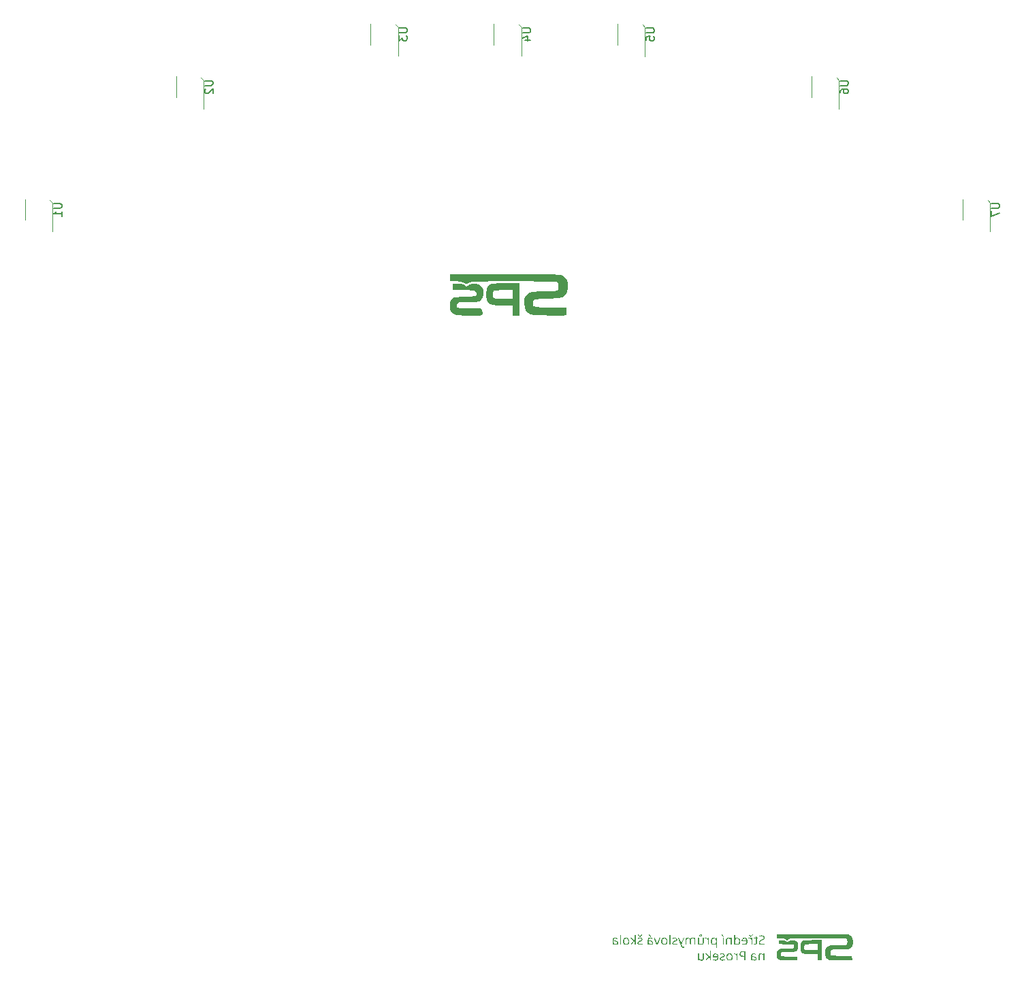
<source format=gbr>
%TF.GenerationSoftware,KiCad,Pcbnew,9.0.7*%
%TF.CreationDate,2026-02-10T22:33:51+01:00*%
%TF.ProjectId,LinefollowerMK1,4c696e65-666f-46c6-9c6f-7765724d4b31,rev?*%
%TF.SameCoordinates,Original*%
%TF.FileFunction,Legend,Bot*%
%TF.FilePolarity,Positive*%
%FSLAX46Y46*%
G04 Gerber Fmt 4.6, Leading zero omitted, Abs format (unit mm)*
G04 Created by KiCad (PCBNEW 9.0.7) date 2026-02-10 22:33:51*
%MOMM*%
%LPD*%
G01*
G04 APERTURE LIST*
%ADD10C,0.150000*%
%ADD11C,0.000000*%
%ADD12C,0.120000*%
G04 APERTURE END LIST*
D10*
X195032818Y-32784895D02*
X195842341Y-32784895D01*
X195842341Y-32784895D02*
X195937579Y-32832514D01*
X195937579Y-32832514D02*
X195985199Y-32880133D01*
X195985199Y-32880133D02*
X196032818Y-32975371D01*
X196032818Y-32975371D02*
X196032818Y-33165847D01*
X196032818Y-33165847D02*
X195985199Y-33261085D01*
X195985199Y-33261085D02*
X195937579Y-33308704D01*
X195937579Y-33308704D02*
X195842341Y-33356323D01*
X195842341Y-33356323D02*
X195032818Y-33356323D01*
X195032818Y-34308704D02*
X195032818Y-33832514D01*
X195032818Y-33832514D02*
X195509008Y-33784895D01*
X195509008Y-33784895D02*
X195461389Y-33832514D01*
X195461389Y-33832514D02*
X195413770Y-33927752D01*
X195413770Y-33927752D02*
X195413770Y-34165847D01*
X195413770Y-34165847D02*
X195461389Y-34261085D01*
X195461389Y-34261085D02*
X195509008Y-34308704D01*
X195509008Y-34308704D02*
X195604246Y-34356323D01*
X195604246Y-34356323D02*
X195842341Y-34356323D01*
X195842341Y-34356323D02*
X195937579Y-34308704D01*
X195937579Y-34308704D02*
X195985199Y-34261085D01*
X195985199Y-34261085D02*
X196032818Y-34165847D01*
X196032818Y-34165847D02*
X196032818Y-33927752D01*
X196032818Y-33927752D02*
X195985199Y-33832514D01*
X195985199Y-33832514D02*
X195937579Y-33784895D01*
X164314819Y-32766095D02*
X165124342Y-32766095D01*
X165124342Y-32766095D02*
X165219580Y-32813714D01*
X165219580Y-32813714D02*
X165267200Y-32861333D01*
X165267200Y-32861333D02*
X165314819Y-32956571D01*
X165314819Y-32956571D02*
X165314819Y-33147047D01*
X165314819Y-33147047D02*
X165267200Y-33242285D01*
X165267200Y-33242285D02*
X165219580Y-33289904D01*
X165219580Y-33289904D02*
X165124342Y-33337523D01*
X165124342Y-33337523D02*
X164314819Y-33337523D01*
X164314819Y-33718476D02*
X164314819Y-34337523D01*
X164314819Y-34337523D02*
X164695771Y-34004190D01*
X164695771Y-34004190D02*
X164695771Y-34147047D01*
X164695771Y-34147047D02*
X164743390Y-34242285D01*
X164743390Y-34242285D02*
X164791009Y-34289904D01*
X164791009Y-34289904D02*
X164886247Y-34337523D01*
X164886247Y-34337523D02*
X165124342Y-34337523D01*
X165124342Y-34337523D02*
X165219580Y-34289904D01*
X165219580Y-34289904D02*
X165267200Y-34242285D01*
X165267200Y-34242285D02*
X165314819Y-34147047D01*
X165314819Y-34147047D02*
X165314819Y-33861333D01*
X165314819Y-33861333D02*
X165267200Y-33766095D01*
X165267200Y-33766095D02*
X165219580Y-33718476D01*
X140146818Y-39338095D02*
X140956341Y-39338095D01*
X140956341Y-39338095D02*
X141051579Y-39385714D01*
X141051579Y-39385714D02*
X141099199Y-39433333D01*
X141099199Y-39433333D02*
X141146818Y-39528571D01*
X141146818Y-39528571D02*
X141146818Y-39719047D01*
X141146818Y-39719047D02*
X141099199Y-39814285D01*
X141099199Y-39814285D02*
X141051579Y-39861904D01*
X141051579Y-39861904D02*
X140956341Y-39909523D01*
X140956341Y-39909523D02*
X140146818Y-39909523D01*
X140242056Y-40338095D02*
X140194437Y-40385714D01*
X140194437Y-40385714D02*
X140146818Y-40480952D01*
X140146818Y-40480952D02*
X140146818Y-40719047D01*
X140146818Y-40719047D02*
X140194437Y-40814285D01*
X140194437Y-40814285D02*
X140242056Y-40861904D01*
X140242056Y-40861904D02*
X140337294Y-40909523D01*
X140337294Y-40909523D02*
X140432532Y-40909523D01*
X140432532Y-40909523D02*
X140575389Y-40861904D01*
X140575389Y-40861904D02*
X141146818Y-40290476D01*
X141146818Y-40290476D02*
X141146818Y-40909523D01*
X219162818Y-39338095D02*
X219972341Y-39338095D01*
X219972341Y-39338095D02*
X220067579Y-39385714D01*
X220067579Y-39385714D02*
X220115199Y-39433333D01*
X220115199Y-39433333D02*
X220162818Y-39528571D01*
X220162818Y-39528571D02*
X220162818Y-39719047D01*
X220162818Y-39719047D02*
X220115199Y-39814285D01*
X220115199Y-39814285D02*
X220067579Y-39861904D01*
X220067579Y-39861904D02*
X219972341Y-39909523D01*
X219972341Y-39909523D02*
X219162818Y-39909523D01*
X219162818Y-40814285D02*
X219162818Y-40623809D01*
X219162818Y-40623809D02*
X219210437Y-40528571D01*
X219210437Y-40528571D02*
X219258056Y-40480952D01*
X219258056Y-40480952D02*
X219400913Y-40385714D01*
X219400913Y-40385714D02*
X219591389Y-40338095D01*
X219591389Y-40338095D02*
X219972341Y-40338095D01*
X219972341Y-40338095D02*
X220067579Y-40385714D01*
X220067579Y-40385714D02*
X220115199Y-40433333D01*
X220115199Y-40433333D02*
X220162818Y-40528571D01*
X220162818Y-40528571D02*
X220162818Y-40719047D01*
X220162818Y-40719047D02*
X220115199Y-40814285D01*
X220115199Y-40814285D02*
X220067579Y-40861904D01*
X220067579Y-40861904D02*
X219972341Y-40909523D01*
X219972341Y-40909523D02*
X219734246Y-40909523D01*
X219734246Y-40909523D02*
X219639008Y-40861904D01*
X219639008Y-40861904D02*
X219591389Y-40814285D01*
X219591389Y-40814285D02*
X219543770Y-40719047D01*
X219543770Y-40719047D02*
X219543770Y-40528571D01*
X219543770Y-40528571D02*
X219591389Y-40433333D01*
X219591389Y-40433333D02*
X219639008Y-40385714D01*
X219639008Y-40385714D02*
X219734246Y-40338095D01*
X121350818Y-54603495D02*
X122160341Y-54603495D01*
X122160341Y-54603495D02*
X122255579Y-54651114D01*
X122255579Y-54651114D02*
X122303199Y-54698733D01*
X122303199Y-54698733D02*
X122350818Y-54793971D01*
X122350818Y-54793971D02*
X122350818Y-54984447D01*
X122350818Y-54984447D02*
X122303199Y-55079685D01*
X122303199Y-55079685D02*
X122255579Y-55127304D01*
X122255579Y-55127304D02*
X122160341Y-55174923D01*
X122160341Y-55174923D02*
X121350818Y-55174923D01*
X122350818Y-56174923D02*
X122350818Y-55603495D01*
X122350818Y-55889209D02*
X121350818Y-55889209D01*
X121350818Y-55889209D02*
X121493675Y-55793971D01*
X121493675Y-55793971D02*
X121588913Y-55698733D01*
X121588913Y-55698733D02*
X121636532Y-55603495D01*
X237962218Y-54603495D02*
X238771741Y-54603495D01*
X238771741Y-54603495D02*
X238866979Y-54651114D01*
X238866979Y-54651114D02*
X238914599Y-54698733D01*
X238914599Y-54698733D02*
X238962218Y-54793971D01*
X238962218Y-54793971D02*
X238962218Y-54984447D01*
X238962218Y-54984447D02*
X238914599Y-55079685D01*
X238914599Y-55079685D02*
X238866979Y-55127304D01*
X238866979Y-55127304D02*
X238771741Y-55174923D01*
X238771741Y-55174923D02*
X237962218Y-55174923D01*
X237962218Y-55555876D02*
X237962218Y-56222542D01*
X237962218Y-56222542D02*
X238962218Y-55793971D01*
X179665818Y-32766095D02*
X180475341Y-32766095D01*
X180475341Y-32766095D02*
X180570579Y-32813714D01*
X180570579Y-32813714D02*
X180618199Y-32861333D01*
X180618199Y-32861333D02*
X180665818Y-32956571D01*
X180665818Y-32956571D02*
X180665818Y-33147047D01*
X180665818Y-33147047D02*
X180618199Y-33242285D01*
X180618199Y-33242285D02*
X180570579Y-33289904D01*
X180570579Y-33289904D02*
X180475341Y-33337523D01*
X180475341Y-33337523D02*
X179665818Y-33337523D01*
X179999151Y-34242285D02*
X180665818Y-34242285D01*
X179618199Y-34004190D02*
X180332484Y-33766095D01*
X180332484Y-33766095D02*
X180332484Y-34385142D01*
D11*
%TO.C,G\u002A\u002A\u002A*%
G36*
X179303948Y-66541316D02*
G01*
X179303948Y-68546579D01*
X178886185Y-68546579D01*
X178468422Y-68546579D01*
X178468422Y-67919934D01*
X178468422Y-67293289D01*
X177319573Y-67292823D01*
X177045831Y-67291318D01*
X176451687Y-67271508D01*
X175997150Y-67220705D01*
X175663058Y-67128811D01*
X175430250Y-66985729D01*
X175279565Y-66781360D01*
X175191840Y-66505605D01*
X175147915Y-66148368D01*
X175141759Y-65953055D01*
X175965153Y-65953055D01*
X175992469Y-66198431D01*
X176062106Y-66357500D01*
X176140452Y-66393394D01*
X176376081Y-66429491D01*
X176765626Y-66450779D01*
X177315396Y-66457763D01*
X178468422Y-66457763D01*
X178468422Y-65914671D01*
X178468422Y-65371579D01*
X177315396Y-65371579D01*
X176898920Y-65375270D01*
X176466454Y-65392621D01*
X176189619Y-65424643D01*
X176062106Y-65471842D01*
X176037488Y-65504779D01*
X175980159Y-65696721D01*
X175965153Y-65953055D01*
X175141759Y-65953055D01*
X175136478Y-65785485D01*
X175189158Y-65293371D01*
X175332813Y-64933461D01*
X175569215Y-64699660D01*
X175574509Y-64696448D01*
X175678695Y-64642013D01*
X175802114Y-64601453D01*
X175969409Y-64572755D01*
X176205224Y-64553908D01*
X176534204Y-64542901D01*
X176980992Y-64537724D01*
X177570231Y-64536365D01*
X179303948Y-64536053D01*
X179303948Y-65914671D01*
X179303948Y-66541316D01*
G37*
G36*
X174208245Y-64657646D02*
G01*
X174536657Y-64919348D01*
X174566436Y-64953745D01*
X174709915Y-65155653D01*
X174776085Y-65365263D01*
X174792106Y-65661481D01*
X174783146Y-65926919D01*
X174720022Y-66273575D01*
X174582811Y-66521194D01*
X174355537Y-66708070D01*
X174286374Y-66747255D01*
X174149605Y-66803037D01*
X173974484Y-66840035D01*
X173728836Y-66861939D01*
X173380484Y-66872436D01*
X172897252Y-66875214D01*
X172845969Y-66875251D01*
X172370218Y-66879279D01*
X172032463Y-66891790D01*
X171806115Y-66915446D01*
X171664589Y-66952904D01*
X171581298Y-67006823D01*
X171552212Y-67037785D01*
X171455447Y-67241104D01*
X171500716Y-67495337D01*
X171505310Y-67505665D01*
X171551455Y-67550971D01*
X171651509Y-67583692D01*
X171828107Y-67605767D01*
X172103881Y-67619133D01*
X172501468Y-67625731D01*
X173043500Y-67627500D01*
X173475399Y-67628141D01*
X173896498Y-67632130D01*
X174193467Y-67641965D01*
X174390407Y-67660113D01*
X174511418Y-67689042D01*
X174580603Y-67731219D01*
X174622061Y-67789112D01*
X174664954Y-67901704D01*
X174703118Y-68131022D01*
X174700200Y-68352853D01*
X174652852Y-68490877D01*
X174575886Y-68510032D01*
X174356942Y-68527125D01*
X174030046Y-68538190D01*
X173627304Y-68543465D01*
X173180820Y-68543188D01*
X172722700Y-68537598D01*
X172285048Y-68526932D01*
X171899970Y-68511429D01*
X171599571Y-68491327D01*
X171415955Y-68466864D01*
X171382791Y-68458377D01*
X171104925Y-68340966D01*
X170875644Y-68177306D01*
X170801794Y-68095972D01*
X170710101Y-67937860D01*
X170658204Y-67720046D01*
X170629346Y-67388889D01*
X170624869Y-67306854D01*
X170617958Y-67024585D01*
X170643343Y-66839207D01*
X170715624Y-66693838D01*
X170849405Y-66531592D01*
X171101932Y-66248882D01*
X172449364Y-66206113D01*
X172878715Y-66190966D01*
X173300950Y-66168226D01*
X173596004Y-66136110D01*
X173786358Y-66088390D01*
X173894491Y-66018840D01*
X173942885Y-65921233D01*
X173954021Y-65789342D01*
X173944875Y-65665144D01*
X173901319Y-65566351D01*
X173801222Y-65495396D01*
X173622474Y-65446359D01*
X173342963Y-65413322D01*
X172940578Y-65390368D01*
X172393207Y-65371579D01*
X170990461Y-65329803D01*
X170990461Y-64953816D01*
X170990461Y-64577829D01*
X171514977Y-64552894D01*
X171517014Y-64552797D01*
X171865062Y-64552884D01*
X172124632Y-64601903D01*
X172370321Y-64713895D01*
X172701149Y-64899831D01*
X173112228Y-64707292D01*
X173390585Y-64601985D01*
X173823628Y-64551472D01*
X174208245Y-64657646D01*
G37*
G36*
X177930352Y-63408099D02*
G01*
X179107486Y-63408277D01*
X180132272Y-63408894D01*
X181015814Y-63410210D01*
X181769213Y-63412486D01*
X182403574Y-63415980D01*
X182929997Y-63420955D01*
X183359587Y-63427668D01*
X183703444Y-63436381D01*
X183972673Y-63447354D01*
X184178376Y-63460845D01*
X184331654Y-63477117D01*
X184443612Y-63496428D01*
X184525350Y-63519038D01*
X184587973Y-63545208D01*
X184642583Y-63575197D01*
X184789886Y-63668045D01*
X185031216Y-63875879D01*
X185179913Y-64125055D01*
X185255313Y-64456287D01*
X185276757Y-64910287D01*
X185271612Y-65170155D01*
X185223407Y-65561024D01*
X185109245Y-65845416D01*
X184910609Y-66060275D01*
X184608980Y-66242546D01*
X184597595Y-66248130D01*
X184455396Y-66305891D01*
X184282147Y-66349459D01*
X184050639Y-66381682D01*
X183733658Y-66405408D01*
X183303995Y-66423486D01*
X182734438Y-66438765D01*
X182313764Y-66449125D01*
X181832414Y-66466769D01*
X181482733Y-66493507D01*
X181243775Y-66535978D01*
X181094596Y-66600819D01*
X181014250Y-66694667D01*
X180981794Y-66824160D01*
X180976280Y-66995936D01*
X180978370Y-67133466D01*
X180995210Y-67255905D01*
X181045739Y-67348295D01*
X181149007Y-67415499D01*
X181324069Y-67462381D01*
X181589977Y-67493804D01*
X181965784Y-67514631D01*
X182470542Y-67529724D01*
X183123305Y-67543947D01*
X185110856Y-67585724D01*
X185137015Y-67950381D01*
X185141808Y-68038780D01*
X185139618Y-68281638D01*
X185115920Y-68438182D01*
X185109550Y-68450546D01*
X185061447Y-68485849D01*
X184958012Y-68511948D01*
X184780625Y-68529663D01*
X184510667Y-68539814D01*
X184129518Y-68543218D01*
X183618559Y-68540695D01*
X182959169Y-68533064D01*
X182379083Y-68524615D01*
X181851361Y-68514227D01*
X181449726Y-68501383D01*
X181152268Y-68484292D01*
X180937076Y-68461167D01*
X180782236Y-68430219D01*
X180665839Y-68389658D01*
X180565972Y-68337697D01*
X180538702Y-68321435D01*
X180245833Y-68103841D01*
X180056614Y-67848414D01*
X179949525Y-67513608D01*
X179903046Y-67057879D01*
X179902698Y-67049924D01*
X179894707Y-66706546D01*
X179913631Y-66473968D01*
X179969277Y-66297774D01*
X180071454Y-66123553D01*
X180197686Y-65953093D01*
X180357976Y-65797646D01*
X180554731Y-65685691D01*
X180814047Y-65610036D01*
X181162016Y-65563487D01*
X181624732Y-65538849D01*
X182228290Y-65528929D01*
X182532203Y-65525503D01*
X182993024Y-65515594D01*
X183390606Y-65501423D01*
X183690328Y-65484335D01*
X183857567Y-65465673D01*
X183980941Y-65432520D01*
X184069933Y-65363514D01*
X184112617Y-65220075D01*
X184134116Y-64955891D01*
X184137976Y-64676675D01*
X184101547Y-64498349D01*
X184013705Y-64392373D01*
X183997914Y-64383828D01*
X183910650Y-64362299D01*
X183751354Y-64343926D01*
X183509461Y-64328498D01*
X183174409Y-64315806D01*
X182735636Y-64305641D01*
X182182577Y-64297794D01*
X181504670Y-64292055D01*
X180691352Y-64288215D01*
X179732059Y-64286065D01*
X178616229Y-64285395D01*
X178241376Y-64285406D01*
X177226951Y-64285690D01*
X176362341Y-64286656D01*
X175634591Y-64288694D01*
X175030741Y-64292198D01*
X174537836Y-64297560D01*
X174142919Y-64305173D01*
X173833031Y-64315428D01*
X173595216Y-64328718D01*
X173416517Y-64345434D01*
X173283977Y-64365971D01*
X173184638Y-64390719D01*
X173105544Y-64420072D01*
X173033737Y-64454420D01*
X172912662Y-64514840D01*
X172744413Y-64576436D01*
X172609217Y-64562452D01*
X172431309Y-64475544D01*
X172300138Y-64419857D01*
X171927460Y-64335992D01*
X171408225Y-64285630D01*
X170656251Y-64243618D01*
X170656251Y-63825855D01*
X170656251Y-63408092D01*
X177507567Y-63408092D01*
X177930352Y-63408099D01*
G37*
D12*
%TO.C,U5*%
X191457999Y-34846800D02*
X191457999Y-32246800D01*
X194567999Y-32366800D02*
X194897999Y-32696800D01*
X194897999Y-32696800D02*
X194897999Y-36276800D01*
D11*
%TO.C,G\u002A\u002A\u002A*%
G36*
X191900798Y-146197674D02*
G01*
X191900798Y-146822126D01*
X191841728Y-146822126D01*
X191782658Y-146822126D01*
X191782658Y-146197674D01*
X191782658Y-145573222D01*
X191841728Y-145573222D01*
X191900798Y-145573222D01*
X191900798Y-146197674D01*
G37*
G36*
X198060931Y-146197674D02*
G01*
X198060931Y-146822126D01*
X198001861Y-146822126D01*
X197942791Y-146822126D01*
X197942791Y-146197674D01*
X197942791Y-145573222D01*
X198001861Y-145573222D01*
X198060931Y-145573222D01*
X198060931Y-146197674D01*
G37*
G36*
X204676745Y-146383322D02*
G01*
X204676745Y-146822126D01*
X204617675Y-146822126D01*
X204558605Y-146822126D01*
X204558605Y-146383322D01*
X204558605Y-145944518D01*
X204617675Y-145944518D01*
X204676745Y-145944518D01*
X204676745Y-146383322D01*
G37*
G36*
X195421857Y-145556346D02*
G01*
X195456853Y-145557616D01*
X195482308Y-145565103D01*
X195505060Y-145584421D01*
X195531949Y-145621182D01*
X195569815Y-145681000D01*
X195584685Y-145705048D01*
X195616831Y-145758561D01*
X195639151Y-145797945D01*
X195647509Y-145816016D01*
X195638116Y-145822658D01*
X195607360Y-145826378D01*
X195603583Y-145826168D01*
X195569111Y-145811610D01*
X195520538Y-145772818D01*
X195455467Y-145707922D01*
X195426657Y-145676821D01*
X195383993Y-145628301D01*
X195354642Y-145591602D01*
X195343721Y-145572906D01*
X195346801Y-145568193D01*
X195373237Y-145559707D01*
X195417921Y-145556345D01*
X195421857Y-145556346D01*
G37*
G36*
X204467970Y-145556346D02*
G01*
X204502966Y-145557616D01*
X204528421Y-145565103D01*
X204551173Y-145584421D01*
X204578062Y-145621182D01*
X204615928Y-145681000D01*
X204630798Y-145705048D01*
X204662944Y-145758561D01*
X204685264Y-145797945D01*
X204693622Y-145816016D01*
X204684229Y-145822658D01*
X204653473Y-145826378D01*
X204649696Y-145826168D01*
X204615224Y-145811610D01*
X204566651Y-145772818D01*
X204501580Y-145707922D01*
X204472770Y-145676821D01*
X204430106Y-145628301D01*
X204400755Y-145591602D01*
X204389834Y-145572906D01*
X204392914Y-145568193D01*
X204419350Y-145559707D01*
X204464034Y-145556345D01*
X204467970Y-145556346D01*
G37*
G36*
X194519075Y-145558680D02*
G01*
X194533622Y-145565234D01*
X194531954Y-145568933D01*
X194514671Y-145593575D01*
X194482630Y-145634982D01*
X194440798Y-145686657D01*
X194423644Y-145707687D01*
X194384945Y-145757125D01*
X194358052Y-145794426D01*
X194347974Y-145812785D01*
X194344495Y-145816844D01*
X194317328Y-145823677D01*
X194272027Y-145826378D01*
X194249350Y-145825756D01*
X194211171Y-145820893D01*
X194196080Y-145812785D01*
X194194480Y-145808333D01*
X194177271Y-145781803D01*
X194145193Y-145738975D01*
X194103256Y-145686657D01*
X194085746Y-145665269D01*
X194047217Y-145616903D01*
X194020457Y-145581392D01*
X194010432Y-145565234D01*
X194022816Y-145559173D01*
X194056265Y-145556345D01*
X194075976Y-145559195D01*
X194122633Y-145583469D01*
X194181603Y-145634656D01*
X194261110Y-145712967D01*
X194352773Y-145634656D01*
X194385596Y-145608113D01*
X194445174Y-145569668D01*
X194489029Y-145556345D01*
X194519075Y-145558680D01*
G37*
G36*
X208290769Y-145558680D02*
G01*
X208305316Y-145565234D01*
X208303648Y-145568933D01*
X208286366Y-145593575D01*
X208254324Y-145634982D01*
X208212492Y-145686657D01*
X208195339Y-145707687D01*
X208156639Y-145757125D01*
X208129746Y-145794426D01*
X208119668Y-145812785D01*
X208116190Y-145816844D01*
X208089023Y-145823677D01*
X208043721Y-145826378D01*
X208021044Y-145825756D01*
X207982865Y-145820893D01*
X207967775Y-145812785D01*
X207966175Y-145808333D01*
X207948965Y-145781803D01*
X207916888Y-145738975D01*
X207874951Y-145686657D01*
X207857441Y-145665269D01*
X207818911Y-145616903D01*
X207792151Y-145581392D01*
X207782127Y-145565234D01*
X207794511Y-145559173D01*
X207827959Y-145556345D01*
X207847670Y-145559195D01*
X207894327Y-145583469D01*
X207953298Y-145634656D01*
X208032804Y-145712967D01*
X208124468Y-145634656D01*
X208157291Y-145608113D01*
X208216868Y-145569668D01*
X208260724Y-145556345D01*
X208290769Y-145558680D01*
G37*
G36*
X202487601Y-145935556D02*
G01*
X202557154Y-145959608D01*
X202621157Y-145996922D01*
X202669879Y-146044209D01*
X202676956Y-146053485D01*
X202704231Y-146084071D01*
X202722178Y-146096412D01*
X202726270Y-146092933D01*
X202733158Y-146065765D01*
X202735881Y-146020465D01*
X202736167Y-145991813D01*
X202740632Y-145959431D01*
X202755378Y-145946719D01*
X202786512Y-145944518D01*
X202837143Y-145944518D01*
X202837143Y-146383322D01*
X202837143Y-146822126D01*
X202778074Y-146822126D01*
X202719004Y-146822126D01*
X202719004Y-146547230D01*
X202718982Y-146514906D01*
X202718363Y-146418866D01*
X202716375Y-146348487D01*
X202712334Y-146297448D01*
X202705553Y-146259429D01*
X202695347Y-146228109D01*
X202681030Y-146197167D01*
X202672315Y-146180896D01*
X202613359Y-146106207D01*
X202538400Y-146060981D01*
X202448304Y-146045780D01*
X202426293Y-146045579D01*
X202387013Y-146041503D01*
X202367324Y-146028307D01*
X202356998Y-146000969D01*
X202353516Y-145970339D01*
X202367826Y-145942158D01*
X202370778Y-145940389D01*
X202422232Y-145928053D01*
X202487601Y-145935556D01*
G37*
G36*
X206065541Y-147893297D02*
G01*
X206135094Y-147917349D01*
X206199097Y-147954662D01*
X206247820Y-148001950D01*
X206254896Y-148011226D01*
X206282171Y-148041812D01*
X206300118Y-148054152D01*
X206304210Y-148050674D01*
X206311098Y-148023506D01*
X206313821Y-147978206D01*
X206314107Y-147949554D01*
X206318572Y-147917172D01*
X206333318Y-147904460D01*
X206364452Y-147902259D01*
X206415084Y-147902259D01*
X206415084Y-148341063D01*
X206415084Y-148779867D01*
X206356014Y-148779867D01*
X206296944Y-148779867D01*
X206296944Y-148504971D01*
X206296922Y-148472647D01*
X206296303Y-148376607D01*
X206294315Y-148306228D01*
X206290274Y-148255189D01*
X206283493Y-148217170D01*
X206273287Y-148185850D01*
X206258971Y-148154908D01*
X206250255Y-148138637D01*
X206191299Y-148063948D01*
X206116340Y-148018722D01*
X206026245Y-148003521D01*
X206004233Y-148003319D01*
X205964953Y-147999244D01*
X205945264Y-147986048D01*
X205934938Y-147958710D01*
X205931456Y-147928080D01*
X205945766Y-147899899D01*
X205948718Y-147898130D01*
X206000172Y-147885794D01*
X206065541Y-147893297D01*
G37*
G36*
X207874718Y-145929949D02*
G01*
X207956047Y-145951567D01*
X208031525Y-145991861D01*
X208087421Y-146044209D01*
X208094498Y-146053485D01*
X208121772Y-146084071D01*
X208139719Y-146096412D01*
X208143811Y-146092933D01*
X208150700Y-146065765D01*
X208153422Y-146020465D01*
X208153709Y-145991813D01*
X208158174Y-145959431D01*
X208172920Y-145946719D01*
X208204054Y-145944518D01*
X208254685Y-145944518D01*
X208254685Y-146383322D01*
X208254685Y-146822126D01*
X208195615Y-146822126D01*
X208136545Y-146822126D01*
X208136545Y-146547230D01*
X208136524Y-146514906D01*
X208135904Y-146418866D01*
X208133916Y-146348487D01*
X208129875Y-146297448D01*
X208123094Y-146259429D01*
X208112889Y-146228109D01*
X208098572Y-146197167D01*
X208089856Y-146180896D01*
X208030900Y-146106207D01*
X207955942Y-146060981D01*
X207865846Y-146045780D01*
X207846289Y-146045619D01*
X207805726Y-146041753D01*
X207785344Y-146029082D01*
X207775002Y-146002811D01*
X207772083Y-145989833D01*
X207772362Y-145951851D01*
X207795528Y-145932931D01*
X207846412Y-145928011D01*
X207874718Y-145929949D01*
G37*
G36*
X201993290Y-145657608D02*
G01*
X201985756Y-145716196D01*
X201952363Y-145775855D01*
X201892027Y-145815311D01*
X201886715Y-145816935D01*
X201848897Y-145820562D01*
X201799230Y-145818503D01*
X201773997Y-145814051D01*
X201713499Y-145784085D01*
X201672643Y-145734553D01*
X201654285Y-145673060D01*
X201655926Y-145657608D01*
X201723256Y-145657608D01*
X201723412Y-145659358D01*
X201736644Y-145684519D01*
X201764682Y-145717444D01*
X201768878Y-145721568D01*
X201799684Y-145747610D01*
X201819532Y-145757538D01*
X201871130Y-145740100D01*
X201910517Y-145702537D01*
X201925781Y-145654382D01*
X201923603Y-145640692D01*
X201902088Y-145602460D01*
X201867499Y-145570031D01*
X201832190Y-145556345D01*
X201831462Y-145556359D01*
X201801759Y-145568808D01*
X201765985Y-145597119D01*
X201735898Y-145630362D01*
X201723256Y-145657608D01*
X201655926Y-145657608D01*
X201661279Y-145607216D01*
X201696479Y-145544628D01*
X201698895Y-145541846D01*
X201729875Y-145513532D01*
X201766112Y-145500451D01*
X201821698Y-145497275D01*
X201887408Y-145504035D01*
X201946917Y-145532154D01*
X201981868Y-145583024D01*
X201992796Y-145654382D01*
X201993290Y-145657608D01*
G37*
G36*
X205319743Y-145937318D02*
G01*
X205414701Y-145964221D01*
X205493652Y-146012858D01*
X205521174Y-146034691D01*
X205551015Y-146045843D01*
X205566684Y-146027048D01*
X205571230Y-145976892D01*
X205571602Y-145969995D01*
X205584535Y-145950029D01*
X205621861Y-145944518D01*
X205672492Y-145944518D01*
X205672492Y-146383322D01*
X205672492Y-146822126D01*
X205614789Y-146822126D01*
X205557086Y-146822126D01*
X205551500Y-146522558D01*
X205548760Y-146411613D01*
X205544542Y-146317909D01*
X205538695Y-146249762D01*
X205530840Y-146202885D01*
X205520599Y-146172988D01*
X205501400Y-146142212D01*
X205442998Y-146088052D01*
X205369627Y-146054470D01*
X205289852Y-146043246D01*
X205212238Y-146056160D01*
X205145350Y-146094993D01*
X205090233Y-146144205D01*
X205085030Y-146483165D01*
X205079827Y-146822126D01*
X205011570Y-146822126D01*
X204943312Y-146822126D01*
X204949739Y-146480365D01*
X204951330Y-146407191D01*
X204955638Y-146286953D01*
X204962417Y-146193736D01*
X204972739Y-146123085D01*
X204987676Y-146070549D01*
X205008299Y-146031676D01*
X205035680Y-146002012D01*
X205070892Y-145977106D01*
X205123982Y-145952278D01*
X205219322Y-145933039D01*
X205319743Y-145937318D01*
G37*
G36*
X209370242Y-147895058D02*
G01*
X209465200Y-147921962D01*
X209544150Y-147970599D01*
X209571673Y-147992432D01*
X209601513Y-148003584D01*
X209617182Y-147984789D01*
X209621728Y-147934633D01*
X209622100Y-147927736D01*
X209635034Y-147907770D01*
X209672359Y-147902259D01*
X209722991Y-147902259D01*
X209722991Y-148341063D01*
X209722991Y-148779867D01*
X209665288Y-148779867D01*
X209607585Y-148779867D01*
X209601999Y-148480299D01*
X209599259Y-148369354D01*
X209595040Y-148275650D01*
X209589193Y-148207503D01*
X209581338Y-148160626D01*
X209571097Y-148130729D01*
X209551898Y-148099953D01*
X209493496Y-148045793D01*
X209420125Y-148012211D01*
X209340351Y-148000987D01*
X209262737Y-148013901D01*
X209195848Y-148052734D01*
X209140731Y-148101946D01*
X209135528Y-148440906D01*
X209130326Y-148779867D01*
X209062068Y-148779867D01*
X208993811Y-148779867D01*
X209000237Y-148438106D01*
X209001828Y-148364932D01*
X209006137Y-148244694D01*
X209012916Y-148151477D01*
X209023237Y-148080826D01*
X209038174Y-148028290D01*
X209058797Y-147989417D01*
X209086179Y-147959753D01*
X209121391Y-147934847D01*
X209174480Y-147910019D01*
X209269821Y-147890780D01*
X209370242Y-147895058D01*
G37*
G36*
X196776980Y-146032145D02*
G01*
X196761234Y-146072608D01*
X196735172Y-146140345D01*
X196702265Y-146226346D01*
X196665156Y-146323704D01*
X196626488Y-146425515D01*
X196626099Y-146426541D01*
X196588970Y-146524423D01*
X196554905Y-146614128D01*
X196526126Y-146689810D01*
X196504857Y-146745621D01*
X196493321Y-146775714D01*
X196491658Y-146779912D01*
X196475516Y-146807315D01*
X196449306Y-146819411D01*
X196401273Y-146822126D01*
X196327224Y-146822126D01*
X196164576Y-146392253D01*
X196162312Y-146386269D01*
X196119729Y-146273377D01*
X196081431Y-146171242D01*
X196048961Y-146084022D01*
X196023859Y-146015878D01*
X196007667Y-145970967D01*
X196001927Y-145953449D01*
X196003286Y-145951640D01*
X196025846Y-145946559D01*
X196067370Y-145944518D01*
X196132813Y-145944518D01*
X196219626Y-146186091D01*
X196227589Y-146208280D01*
X196263386Y-146308689D01*
X196298841Y-146409054D01*
X196330234Y-146498811D01*
X196353847Y-146567397D01*
X196401256Y-146707131D01*
X196488522Y-146456622D01*
X196499952Y-146423876D01*
X196535096Y-146323882D01*
X196569569Y-146226694D01*
X196599921Y-146142012D01*
X196622700Y-146079534D01*
X196669612Y-145952956D01*
X196740958Y-145947760D01*
X196812305Y-145942564D01*
X196776980Y-146032145D01*
G37*
G36*
X207377077Y-148195444D02*
G01*
X207377077Y-148779867D01*
X207318007Y-148779867D01*
X207258937Y-148779867D01*
X207258937Y-148554506D01*
X207258937Y-148329145D01*
X207102824Y-148319353D01*
X207073867Y-148317378D01*
X206972566Y-148306524D01*
X206894378Y-148289580D01*
X206830860Y-148264203D01*
X206773566Y-148228053D01*
X206760395Y-148217559D01*
X206702596Y-148148676D01*
X206665671Y-148063542D01*
X206650186Y-147970214D01*
X206651048Y-147957856D01*
X206789083Y-147957856D01*
X206797337Y-148048412D01*
X206831587Y-148117811D01*
X206892147Y-148166746D01*
X206921611Y-148178431D01*
X206997530Y-148193861D01*
X207102824Y-148202799D01*
X207258937Y-148210072D01*
X207258937Y-147971780D01*
X207258937Y-147733488D01*
X207128140Y-147733582D01*
X207068535Y-147734798D01*
X206965064Y-147745774D01*
X206888851Y-147769869D01*
X206836535Y-147809152D01*
X206804751Y-147865693D01*
X206790137Y-147941561D01*
X206789083Y-147957856D01*
X206651048Y-147957856D01*
X206656706Y-147876749D01*
X206685796Y-147791204D01*
X206738023Y-147721636D01*
X206755660Y-147706321D01*
X206803202Y-147674475D01*
X206859743Y-147651372D01*
X206931450Y-147635460D01*
X207024486Y-147625181D01*
X207145017Y-147618983D01*
X207377077Y-147611022D01*
X207377077Y-147971780D01*
X207377077Y-148195444D01*
G37*
G36*
X199266476Y-146316826D02*
G01*
X199399851Y-146689134D01*
X199444563Y-146557324D01*
X199449349Y-146543358D01*
X199474678Y-146471813D01*
X199507541Y-146381522D01*
X199544217Y-146282634D01*
X199580984Y-146185299D01*
X199672692Y-145945083D01*
X199742221Y-145944801D01*
X199811750Y-145944518D01*
X199636181Y-146378893D01*
X199460611Y-146813267D01*
X199497108Y-146910858D01*
X199529851Y-146982885D01*
X199578526Y-147045759D01*
X199639327Y-147081100D01*
X199716179Y-147092159D01*
X199754992Y-147092661D01*
X199785436Y-147097583D01*
X199797272Y-147112143D01*
X199799270Y-147141553D01*
X199793902Y-147176025D01*
X199769735Y-147198665D01*
X199740001Y-147204854D01*
X199643740Y-147204063D01*
X199553496Y-147173280D01*
X199475345Y-147115343D01*
X199415361Y-147033089D01*
X199409157Y-147019633D01*
X199390989Y-146975998D01*
X199364346Y-146909419D01*
X199330956Y-146824430D01*
X199292546Y-146725564D01*
X199250845Y-146617353D01*
X199207580Y-146504331D01*
X199164478Y-146391029D01*
X199123267Y-146281981D01*
X199085675Y-146181719D01*
X199053429Y-146094776D01*
X199028258Y-146025685D01*
X199011888Y-145978979D01*
X199006047Y-145959190D01*
X199007117Y-145956510D01*
X199028789Y-145947963D01*
X199069574Y-145944518D01*
X199133102Y-145944518D01*
X199266476Y-146316826D01*
G37*
G36*
X201605117Y-146244349D02*
G01*
X201605120Y-146255364D01*
X201605631Y-146363978D01*
X201607362Y-146444900D01*
X201610792Y-146503694D01*
X201616401Y-146545930D01*
X201624672Y-146577172D01*
X201636083Y-146602987D01*
X201650078Y-146626348D01*
X201706254Y-146681551D01*
X201783008Y-146711295D01*
X201881915Y-146716309D01*
X201901870Y-146714857D01*
X201955943Y-146706975D01*
X201991693Y-146691472D01*
X202021151Y-146663811D01*
X202028967Y-146654486D01*
X202040508Y-146637651D01*
X202048858Y-146616951D01*
X202054533Y-146587404D01*
X202058048Y-146544028D01*
X202059920Y-146481843D01*
X202060664Y-146395867D01*
X202060798Y-146281118D01*
X202060798Y-145944518D01*
X202128306Y-145944518D01*
X202195815Y-145944518D01*
X202195720Y-146269402D01*
X202194847Y-146374237D01*
X202192451Y-146472145D01*
X202188814Y-146555792D01*
X202184219Y-146618681D01*
X202178950Y-146654314D01*
X202144069Y-146724234D01*
X202084487Y-146782878D01*
X202010167Y-146819275D01*
X201948719Y-146832415D01*
X201836885Y-146834253D01*
X201734446Y-146807095D01*
X201646848Y-146751949D01*
X201629615Y-146737001D01*
X201602391Y-146716298D01*
X201590718Y-146716129D01*
X201588240Y-146734612D01*
X201583460Y-146778870D01*
X201561555Y-146811993D01*
X201518926Y-146822126D01*
X201470100Y-146822126D01*
X201470100Y-146383322D01*
X201470100Y-145944518D01*
X201537609Y-145944518D01*
X201605117Y-145944518D01*
X201605117Y-146244349D01*
G37*
G36*
X201625436Y-148194881D02*
G01*
X201627863Y-148274130D01*
X201631908Y-148366850D01*
X201637073Y-148435419D01*
X201644000Y-148485567D01*
X201653332Y-148523023D01*
X201665713Y-148553519D01*
X201686178Y-148588416D01*
X201741852Y-148641558D01*
X201817483Y-148669684D01*
X201915670Y-148674050D01*
X201935624Y-148672598D01*
X201989697Y-148664716D01*
X202025447Y-148649213D01*
X202054905Y-148621552D01*
X202062721Y-148612227D01*
X202074263Y-148595392D01*
X202082612Y-148574692D01*
X202088287Y-148545145D01*
X202091802Y-148501769D01*
X202093674Y-148439584D01*
X202094419Y-148353608D01*
X202094552Y-148238859D01*
X202094552Y-147902259D01*
X202162060Y-147902259D01*
X202229569Y-147902259D01*
X202229569Y-148240342D01*
X202229465Y-148300157D01*
X202228130Y-148417066D01*
X202224566Y-148507134D01*
X202217912Y-148575184D01*
X202207304Y-148626037D01*
X202191881Y-148664516D01*
X202170780Y-148695443D01*
X202143139Y-148723641D01*
X202142563Y-148724162D01*
X202096967Y-148754652D01*
X202043921Y-148776969D01*
X201982363Y-148790159D01*
X201870604Y-148791992D01*
X201768191Y-148764830D01*
X201680602Y-148709689D01*
X201663369Y-148694742D01*
X201636145Y-148674039D01*
X201624472Y-148673870D01*
X201621994Y-148692353D01*
X201617214Y-148736611D01*
X201595309Y-148769734D01*
X201552680Y-148779867D01*
X201503854Y-148779867D01*
X201503854Y-148341063D01*
X201503854Y-147902259D01*
X201560621Y-147902259D01*
X201617387Y-147902259D01*
X201625436Y-148194881D01*
G37*
G36*
X193740399Y-146197674D02*
G01*
X193740399Y-146822126D01*
X193681329Y-146822126D01*
X193622260Y-146822126D01*
X193622260Y-146656513D01*
X193622243Y-146631834D01*
X193621384Y-146563520D01*
X193617824Y-146518550D01*
X193609650Y-146488809D01*
X193594948Y-146466184D01*
X193571805Y-146442560D01*
X193559122Y-146430806D01*
X193529984Y-146407346D01*
X193515650Y-146401429D01*
X193512170Y-146406106D01*
X193492153Y-146433462D01*
X193457697Y-146480741D01*
X193412388Y-146543022D01*
X193359811Y-146615382D01*
X193209671Y-146822126D01*
X193137494Y-146822126D01*
X193118239Y-146821797D01*
X193080367Y-146818597D01*
X193065316Y-146813091D01*
X193072191Y-146801483D01*
X193096474Y-146766657D01*
X193135146Y-146713280D01*
X193184924Y-146645877D01*
X193242525Y-146568970D01*
X193290990Y-146504141D01*
X193342369Y-146434068D01*
X193383151Y-146376911D01*
X193410039Y-146337307D01*
X193419735Y-146319890D01*
X193417576Y-146315375D01*
X193397690Y-146289616D01*
X193360328Y-146246211D01*
X193309587Y-146189847D01*
X193249560Y-146125207D01*
X193079385Y-145944518D01*
X193152868Y-145944518D01*
X193177380Y-145945126D01*
X193205278Y-145949921D01*
X193232585Y-145962979D01*
X193265270Y-145988347D01*
X193309297Y-146030069D01*
X193370632Y-146092192D01*
X193425205Y-146148631D01*
X193484882Y-146211604D01*
X193535052Y-146265848D01*
X193568586Y-146303743D01*
X193622260Y-146367619D01*
X193622260Y-145970421D01*
X193622260Y-145573222D01*
X193681329Y-145573222D01*
X193740399Y-145573222D01*
X193740399Y-146197674D01*
G37*
G36*
X203073422Y-148155415D02*
G01*
X203073422Y-148779867D01*
X203014353Y-148779867D01*
X202955283Y-148779867D01*
X202955283Y-148614253D01*
X202955266Y-148589575D01*
X202954407Y-148521261D01*
X202950847Y-148476290D01*
X202942673Y-148446550D01*
X202927971Y-148423925D01*
X202904828Y-148400301D01*
X202892146Y-148388547D01*
X202863007Y-148365087D01*
X202848673Y-148359170D01*
X202845193Y-148363847D01*
X202825176Y-148391203D01*
X202790721Y-148438482D01*
X202745412Y-148500763D01*
X202692834Y-148573123D01*
X202542695Y-148779867D01*
X202470517Y-148779867D01*
X202451262Y-148779538D01*
X202413390Y-148776338D01*
X202398339Y-148770832D01*
X202405214Y-148759224D01*
X202429497Y-148724397D01*
X202468169Y-148671021D01*
X202517947Y-148603618D01*
X202575549Y-148526711D01*
X202624014Y-148461881D01*
X202675392Y-148391809D01*
X202716175Y-148334652D01*
X202743062Y-148295047D01*
X202752758Y-148277630D01*
X202750599Y-148273116D01*
X202730713Y-148247357D01*
X202693352Y-148203952D01*
X202642610Y-148147588D01*
X202582583Y-148082948D01*
X202412408Y-147902259D01*
X202485892Y-147902259D01*
X202510403Y-147902866D01*
X202538301Y-147907662D01*
X202565609Y-147920720D01*
X202598293Y-147946088D01*
X202642320Y-147987810D01*
X202703656Y-148049933D01*
X202758228Y-148106371D01*
X202817905Y-148169345D01*
X202868076Y-148223589D01*
X202901609Y-148261484D01*
X202955283Y-148325360D01*
X202955283Y-147928162D01*
X202955283Y-147530963D01*
X203014353Y-147530963D01*
X203073422Y-147530963D01*
X203073422Y-148155415D01*
G37*
G36*
X208742746Y-145742631D02*
G01*
X208764235Y-145752891D01*
X208781928Y-145781432D01*
X208801224Y-145835622D01*
X208805049Y-145847511D01*
X208826569Y-145901096D01*
X208851857Y-145933960D01*
X208888692Y-145956888D01*
X208894364Y-145959682D01*
X208935614Y-145989057D01*
X208948186Y-146016884D01*
X208932150Y-146037635D01*
X208887575Y-146045780D01*
X208828506Y-146045780D01*
X208828506Y-146340788D01*
X208828428Y-146374231D01*
X208825840Y-146505672D01*
X208818621Y-146608296D01*
X208805467Y-146686034D01*
X208785077Y-146742813D01*
X208756149Y-146782563D01*
X208717381Y-146809213D01*
X208667470Y-146826692D01*
X208650962Y-146830470D01*
X208584310Y-146836476D01*
X208503622Y-146828170D01*
X208502060Y-146827911D01*
X208461205Y-146817976D01*
X208443907Y-146800299D01*
X208440322Y-146765067D01*
X208441239Y-146737232D01*
X208449660Y-146720406D01*
X208474306Y-146715699D01*
X208523900Y-146718219D01*
X208530306Y-146718643D01*
X208582940Y-146718645D01*
X208618204Y-146707511D01*
X208650489Y-146681012D01*
X208654308Y-146677181D01*
X208668760Y-146661217D01*
X208679134Y-146643497D01*
X208686105Y-146618687D01*
X208690350Y-146581455D01*
X208692545Y-146526468D01*
X208693366Y-146448393D01*
X208693489Y-146341896D01*
X208693489Y-146045780D01*
X208566911Y-146045780D01*
X208440333Y-146045780D01*
X208440333Y-145995149D01*
X208440333Y-145944518D01*
X208566911Y-145944518D01*
X208693489Y-145944518D01*
X208693489Y-145843255D01*
X208694381Y-145788917D01*
X208699166Y-145757591D01*
X208710890Y-145744578D01*
X208732600Y-145741993D01*
X208742746Y-145742631D01*
G37*
G36*
X192930135Y-146389663D02*
G01*
X192924304Y-146480521D01*
X192894788Y-146598857D01*
X192841123Y-146695426D01*
X192764186Y-146768816D01*
X192664849Y-146817616D01*
X192599243Y-146829990D01*
X192508462Y-146829890D01*
X192416702Y-146815485D01*
X192339168Y-146788150D01*
X192276479Y-146745115D01*
X192211440Y-146666735D01*
X192166209Y-146566883D01*
X192142684Y-146450073D01*
X192142724Y-146383322D01*
X192280532Y-146383322D01*
X192280638Y-146412922D01*
X192282719Y-146483639D01*
X192288698Y-146533039D01*
X192300181Y-146570436D01*
X192318772Y-146605146D01*
X192325335Y-146614930D01*
X192367524Y-146661053D01*
X192414146Y-146693751D01*
X192434754Y-146702427D01*
X192519738Y-146719969D01*
X192605279Y-146713207D01*
X192678867Y-146682667D01*
X192717500Y-146651483D01*
X192765233Y-146584716D01*
X192792700Y-146496629D01*
X192801501Y-146383322D01*
X192798429Y-146312705D01*
X192778724Y-146214860D01*
X192739403Y-146139918D01*
X192678867Y-146083976D01*
X192618329Y-146055641D01*
X192534435Y-146044881D01*
X192450555Y-146060226D01*
X192375673Y-146099743D01*
X192318772Y-146161497D01*
X192311752Y-146173227D01*
X192295685Y-146207794D01*
X192286196Y-146248122D01*
X192281680Y-146303526D01*
X192280532Y-146383322D01*
X192142724Y-146383322D01*
X192142761Y-146320820D01*
X192157576Y-146231599D01*
X192198035Y-146123235D01*
X192259875Y-146037502D01*
X192341373Y-145977382D01*
X192421094Y-145946974D01*
X192528911Y-145932291D01*
X192635955Y-145943752D01*
X192734229Y-145980288D01*
X192815735Y-146040829D01*
X192859621Y-146093725D01*
X192900456Y-146173249D01*
X192923184Y-146269528D01*
X192929768Y-146383322D01*
X192930135Y-146389663D01*
G37*
G36*
X197689470Y-146389663D02*
G01*
X197683640Y-146480521D01*
X197654123Y-146598857D01*
X197600459Y-146695426D01*
X197523521Y-146768816D01*
X197424185Y-146817616D01*
X197358579Y-146829990D01*
X197267798Y-146829890D01*
X197176037Y-146815485D01*
X197098504Y-146788150D01*
X197035814Y-146745115D01*
X196970776Y-146666735D01*
X196925545Y-146566883D01*
X196902019Y-146450073D01*
X196902059Y-146383322D01*
X197039868Y-146383322D01*
X197039973Y-146412922D01*
X197042055Y-146483639D01*
X197048034Y-146533039D01*
X197059516Y-146570436D01*
X197078107Y-146605146D01*
X197084671Y-146614930D01*
X197126859Y-146661053D01*
X197173482Y-146693751D01*
X197194090Y-146702427D01*
X197279073Y-146719969D01*
X197364615Y-146713207D01*
X197438202Y-146682667D01*
X197476836Y-146651483D01*
X197524568Y-146584716D01*
X197552036Y-146496629D01*
X197560836Y-146383322D01*
X197557764Y-146312705D01*
X197538060Y-146214860D01*
X197498738Y-146139918D01*
X197438202Y-146083976D01*
X197377665Y-146055641D01*
X197293771Y-146044881D01*
X197209890Y-146060226D01*
X197135008Y-146099743D01*
X197078107Y-146161497D01*
X197071088Y-146173227D01*
X197055020Y-146207794D01*
X197045532Y-146248122D01*
X197041016Y-146303526D01*
X197039868Y-146383322D01*
X196902059Y-146383322D01*
X196902096Y-146320820D01*
X196916912Y-146231599D01*
X196957370Y-146123235D01*
X197019211Y-146037502D01*
X197100708Y-145977382D01*
X197180429Y-145946974D01*
X197288246Y-145932291D01*
X197395291Y-145943752D01*
X197493564Y-145980288D01*
X197575071Y-146040829D01*
X197618956Y-146093725D01*
X197659791Y-146173249D01*
X197682520Y-146269528D01*
X197689103Y-146383322D01*
X197689470Y-146389663D01*
G37*
G36*
X205790467Y-148347404D02*
G01*
X205784636Y-148438262D01*
X205755120Y-148556598D01*
X205701456Y-148653167D01*
X205624518Y-148726557D01*
X205525181Y-148775357D01*
X205459576Y-148787731D01*
X205368794Y-148787631D01*
X205277034Y-148773225D01*
X205199500Y-148745891D01*
X205136811Y-148702856D01*
X205071772Y-148624476D01*
X205026542Y-148524624D01*
X205003016Y-148407814D01*
X205003056Y-148341063D01*
X205140864Y-148341063D01*
X205140970Y-148370663D01*
X205143052Y-148441380D01*
X205149031Y-148490780D01*
X205160513Y-148528177D01*
X205179104Y-148562887D01*
X205185667Y-148572671D01*
X205227856Y-148618794D01*
X205274478Y-148651492D01*
X205295086Y-148660168D01*
X205380070Y-148677710D01*
X205465612Y-148670948D01*
X205539199Y-148640408D01*
X205577833Y-148609223D01*
X205625565Y-148542457D01*
X205653032Y-148454370D01*
X205661833Y-148341063D01*
X205658761Y-148270446D01*
X205639056Y-148172601D01*
X205599735Y-148097658D01*
X205539199Y-148041717D01*
X205478661Y-148013382D01*
X205394767Y-148002622D01*
X205310887Y-148017967D01*
X205236005Y-148057484D01*
X205179104Y-148119238D01*
X205172085Y-148130968D01*
X205156017Y-148165535D01*
X205146528Y-148205863D01*
X205142013Y-148261267D01*
X205140864Y-148341063D01*
X205003056Y-148341063D01*
X205003093Y-148278561D01*
X205017909Y-148189340D01*
X205058367Y-148080976D01*
X205120207Y-147995243D01*
X205201705Y-147935123D01*
X205281426Y-147904715D01*
X205389243Y-147890031D01*
X205496287Y-147901493D01*
X205594561Y-147938029D01*
X205676067Y-147998570D01*
X205719953Y-148051466D01*
X205760788Y-148130990D01*
X205783516Y-148227269D01*
X205790100Y-148341063D01*
X205790467Y-148347404D01*
G37*
G36*
X198627322Y-145938626D02*
G01*
X198713173Y-145950143D01*
X198778294Y-145971412D01*
X198781401Y-145973030D01*
X198845873Y-146023258D01*
X198886056Y-146088370D01*
X198900428Y-146160965D01*
X198887466Y-146233643D01*
X198845651Y-146299004D01*
X198832884Y-146310230D01*
X198786185Y-146341045D01*
X198722252Y-146375480D01*
X198651030Y-146407967D01*
X198621234Y-146420461D01*
X198535482Y-146459237D01*
X198476381Y-146492445D01*
X198439566Y-146523509D01*
X198420676Y-146555851D01*
X198415349Y-146592895D01*
X198424824Y-146646407D01*
X198456080Y-146683887D01*
X198512638Y-146706886D01*
X198598018Y-146717810D01*
X198608187Y-146718324D01*
X198711358Y-146714553D01*
X198807741Y-146691376D01*
X198904785Y-146658594D01*
X198904785Y-146722174D01*
X198901763Y-146763873D01*
X198886427Y-146787525D01*
X198849934Y-146802999D01*
X198799839Y-146816998D01*
X198752891Y-146827325D01*
X198731845Y-146830472D01*
X198624959Y-146835720D01*
X198521910Y-146824707D01*
X198432003Y-146799038D01*
X198364544Y-146760320D01*
X198357290Y-146753827D01*
X198313396Y-146691921D01*
X198289863Y-146615050D01*
X198291049Y-146536487D01*
X198311611Y-146483502D01*
X198359528Y-146428881D01*
X198436001Y-146378445D01*
X198543631Y-146330071D01*
X198562899Y-146322430D01*
X198655175Y-146279863D01*
X198725719Y-146236682D01*
X198770790Y-146195523D01*
X198786645Y-146159018D01*
X198778283Y-146131637D01*
X198755401Y-146095320D01*
X198732631Y-146076679D01*
X198675660Y-146056040D01*
X198600924Y-146047156D01*
X198517207Y-146050779D01*
X198433295Y-146067665D01*
X198345825Y-146093306D01*
X198329956Y-146051567D01*
X198319813Y-146022321D01*
X198318125Y-145993059D01*
X198338277Y-145974884D01*
X198385815Y-145958558D01*
X198440220Y-145946380D01*
X198532439Y-145937244D01*
X198627322Y-145938626D01*
G37*
G36*
X204551176Y-147896367D02*
G01*
X204637027Y-147907884D01*
X204702148Y-147929153D01*
X204705255Y-147930770D01*
X204769727Y-147980999D01*
X204809910Y-148046111D01*
X204824282Y-148118706D01*
X204811320Y-148191384D01*
X204769504Y-148256744D01*
X204756738Y-148267971D01*
X204710039Y-148298786D01*
X204646106Y-148333221D01*
X204574884Y-148365708D01*
X204545088Y-148378202D01*
X204459336Y-148416978D01*
X204400234Y-148450186D01*
X204363420Y-148481250D01*
X204344530Y-148513592D01*
X204339203Y-148550635D01*
X204348677Y-148604148D01*
X204379934Y-148641628D01*
X204436492Y-148664627D01*
X204521871Y-148675551D01*
X204532041Y-148676065D01*
X204635212Y-148672294D01*
X204731595Y-148649117D01*
X204828638Y-148616335D01*
X204828638Y-148679915D01*
X204825617Y-148721614D01*
X204810281Y-148745266D01*
X204773788Y-148760740D01*
X204723693Y-148774739D01*
X204676745Y-148785066D01*
X204655699Y-148788213D01*
X204548813Y-148793461D01*
X204445764Y-148782447D01*
X204355857Y-148756779D01*
X204288398Y-148718061D01*
X204281144Y-148711568D01*
X204237250Y-148649662D01*
X204213717Y-148572791D01*
X204214903Y-148494227D01*
X204235465Y-148441243D01*
X204283382Y-148386622D01*
X204359855Y-148336186D01*
X204467485Y-148287812D01*
X204486753Y-148280170D01*
X204579029Y-148237603D01*
X204649573Y-148194423D01*
X204694644Y-148153264D01*
X204710499Y-148116759D01*
X204702137Y-148089377D01*
X204679255Y-148053061D01*
X204656485Y-148034420D01*
X204599514Y-148013781D01*
X204524778Y-148004897D01*
X204441061Y-148008520D01*
X204357149Y-148025406D01*
X204269679Y-148051047D01*
X204253810Y-148009308D01*
X204243667Y-147980062D01*
X204241979Y-147950800D01*
X204262130Y-147932625D01*
X204309668Y-147916298D01*
X204364073Y-147904121D01*
X204456292Y-147894985D01*
X204551176Y-147896367D01*
G37*
G36*
X206717082Y-146402195D02*
G01*
X206717556Y-146473143D01*
X206713273Y-146525419D01*
X206703046Y-146569166D01*
X206685692Y-146614524D01*
X206645156Y-146689959D01*
X206575818Y-146766178D01*
X206488714Y-146814281D01*
X206431159Y-146830032D01*
X206325037Y-146834788D01*
X206224855Y-146808433D01*
X206136151Y-146751949D01*
X206118917Y-146737001D01*
X206091693Y-146716298D01*
X206080020Y-146716129D01*
X206077542Y-146734612D01*
X206072762Y-146778870D01*
X206050857Y-146811993D01*
X206008228Y-146822126D01*
X205959403Y-146822126D01*
X205959403Y-146388083D01*
X206094790Y-146388083D01*
X206095118Y-146424590D01*
X206102472Y-146522616D01*
X206120928Y-146595272D01*
X206152420Y-146648107D01*
X206198885Y-146686677D01*
X206242995Y-146706541D01*
X206323948Y-146720516D01*
X206406821Y-146713589D01*
X206477366Y-146685805D01*
X206510232Y-146657939D01*
X206553920Y-146588904D01*
X206581222Y-146496228D01*
X206590437Y-146384447D01*
X206588382Y-146325014D01*
X206573061Y-146230276D01*
X206540842Y-146156547D01*
X206489413Y-146097255D01*
X206460550Y-146074177D01*
X206413289Y-146051643D01*
X206353758Y-146045780D01*
X206308574Y-146047886D01*
X206227648Y-146067389D01*
X206167395Y-146109061D01*
X206126226Y-146175001D01*
X206102554Y-146267309D01*
X206094790Y-146388083D01*
X205959403Y-146388083D01*
X205959403Y-146197674D01*
X205959403Y-145573222D01*
X206029238Y-145573222D01*
X206099073Y-145573222D01*
X206090780Y-145817518D01*
X206082486Y-146061813D01*
X206138623Y-146012525D01*
X206206971Y-145966732D01*
X206301917Y-145935517D01*
X206401809Y-145931642D01*
X206498557Y-145955219D01*
X206584070Y-146006359D01*
X206606134Y-146026224D01*
X206653889Y-146084428D01*
X206686315Y-146154682D01*
X206706001Y-146243933D01*
X206715538Y-146359133D01*
X206716446Y-146384447D01*
X206717082Y-146402195D01*
G37*
G36*
X194324355Y-145936599D02*
G01*
X194421115Y-145956658D01*
X194497978Y-145993803D01*
X194535473Y-146029523D01*
X194569847Y-146095462D01*
X194579313Y-146169284D01*
X194563179Y-146241603D01*
X194520754Y-146303029D01*
X194504162Y-146316139D01*
X194455201Y-146346375D01*
X194389629Y-146380867D01*
X194316942Y-146414426D01*
X194273767Y-146433511D01*
X194207794Y-146464897D01*
X194156058Y-146492259D01*
X194127075Y-146511255D01*
X194112559Y-146528593D01*
X194095896Y-146579456D01*
X194101725Y-146634618D01*
X194129812Y-146679793D01*
X194170337Y-146701672D01*
X194237746Y-146715975D01*
X194319334Y-146719231D01*
X194405642Y-146711133D01*
X194487210Y-146691376D01*
X194584253Y-146658594D01*
X194584253Y-146722174D01*
X194581232Y-146763873D01*
X194565895Y-146787525D01*
X194529403Y-146802999D01*
X194479307Y-146816998D01*
X194432359Y-146827325D01*
X194411313Y-146830472D01*
X194304428Y-146835720D01*
X194201378Y-146824707D01*
X194111471Y-146799038D01*
X194044013Y-146760320D01*
X194036759Y-146753827D01*
X193992865Y-146691921D01*
X193969332Y-146615050D01*
X193970517Y-146536487D01*
X193991079Y-146483502D01*
X194038996Y-146428881D01*
X194115470Y-146378445D01*
X194223099Y-146330071D01*
X194242368Y-146322430D01*
X194334643Y-146279863D01*
X194405188Y-146236682D01*
X194450258Y-146195523D01*
X194466114Y-146159018D01*
X194457752Y-146131637D01*
X194434870Y-146095320D01*
X194411920Y-146076639D01*
X194355053Y-146056129D01*
X194280640Y-146047166D01*
X194197616Y-146050537D01*
X194114915Y-146067034D01*
X194029596Y-146092045D01*
X194009304Y-146043056D01*
X194008622Y-146041394D01*
X193997146Y-146005515D01*
X193996876Y-145986202D01*
X193997129Y-145985981D01*
X194017698Y-145977995D01*
X194061581Y-145965098D01*
X194119686Y-145949972D01*
X194217552Y-145934770D01*
X194324355Y-145936599D01*
G37*
G36*
X203832891Y-146577408D02*
G01*
X203832891Y-147210299D01*
X203773821Y-147210299D01*
X203714751Y-147210299D01*
X203714751Y-146964722D01*
X203714751Y-146719146D01*
X203659901Y-146760928D01*
X203656829Y-146763238D01*
X203565150Y-146811465D01*
X203461563Y-146832624D01*
X203356708Y-146824485D01*
X203312456Y-146812423D01*
X203236636Y-146776834D01*
X203178543Y-146721849D01*
X203129315Y-146640290D01*
X203117323Y-146615142D01*
X203098688Y-146568197D01*
X203087981Y-146521447D01*
X203083123Y-146463589D01*
X203082035Y-146383322D01*
X203082071Y-146374883D01*
X203216885Y-146374883D01*
X203217159Y-146402805D01*
X203225282Y-146506592D01*
X203246193Y-146584904D01*
X203281945Y-146643176D01*
X203334587Y-146686843D01*
X203357087Y-146698062D01*
X203424740Y-146715706D01*
X203499194Y-146719917D01*
X203562858Y-146708987D01*
X203598744Y-146690686D01*
X203652621Y-146635216D01*
X203690074Y-146553896D01*
X203709962Y-146449672D01*
X203711147Y-146325491D01*
X203700543Y-146241951D01*
X203670718Y-146154040D01*
X203621914Y-146092969D01*
X203552896Y-146057346D01*
X203462426Y-146045780D01*
X203387360Y-146055285D01*
X203314260Y-146092470D01*
X203256480Y-146159291D01*
X203251861Y-146166877D01*
X203233819Y-146203092D01*
X203223192Y-146243210D01*
X203218155Y-146297163D01*
X203216885Y-146374883D01*
X203082071Y-146374883D01*
X203082139Y-146358960D01*
X203084461Y-146283784D01*
X203091358Y-146227769D01*
X203104848Y-146179403D01*
X203126950Y-146127176D01*
X203134393Y-146111972D01*
X203195193Y-146025461D01*
X203274690Y-145966966D01*
X203373479Y-145936023D01*
X203418368Y-145932100D01*
X203509626Y-145940913D01*
X203594178Y-145968934D01*
X203659721Y-146012860D01*
X203683282Y-146034266D01*
X203712250Y-146050003D01*
X203727311Y-146036327D01*
X203731628Y-145992336D01*
X203733092Y-145968324D01*
X203746320Y-145948795D01*
X203782260Y-145944518D01*
X203832891Y-145944518D01*
X203832891Y-146325491D01*
X203832891Y-146577408D01*
G37*
G36*
X204032774Y-148258226D02*
G01*
X204034880Y-148341063D01*
X204034879Y-148341964D01*
X204023131Y-148477127D01*
X203988264Y-148587980D01*
X203929789Y-148675250D01*
X203847219Y-148739667D01*
X203740067Y-148781960D01*
X203723496Y-148785440D01*
X203655306Y-148790662D01*
X203572262Y-148788032D01*
X203487756Y-148778356D01*
X203415183Y-148762437D01*
X203397031Y-148756777D01*
X203361272Y-148741162D01*
X203346411Y-148719763D01*
X203343456Y-148682566D01*
X203344443Y-148655980D01*
X203352189Y-148634144D01*
X203370944Y-148634910D01*
X203437073Y-148655866D01*
X203539980Y-148673815D01*
X203639669Y-148675720D01*
X203727277Y-148661650D01*
X203793941Y-148631673D01*
X203827986Y-148601148D01*
X203876383Y-148526050D01*
X203906263Y-148429667D01*
X203916432Y-148374817D01*
X203613067Y-148374817D01*
X203309702Y-148374817D01*
X203309796Y-148286212D01*
X203310710Y-148247731D01*
X203314354Y-148222381D01*
X203444718Y-148222381D01*
X203444723Y-148223609D01*
X203446765Y-148237029D01*
X203456131Y-148246224D01*
X203478108Y-148251991D01*
X203517981Y-148255125D01*
X203581036Y-148256422D01*
X203672559Y-148256677D01*
X203689399Y-148256674D01*
X203775934Y-148256342D01*
X203834862Y-148254870D01*
X203871477Y-148251429D01*
X203891075Y-148245190D01*
X203898951Y-148235324D01*
X203900399Y-148221002D01*
X203892328Y-148180880D01*
X203864690Y-148123277D01*
X203825256Y-148069080D01*
X203782284Y-148031536D01*
X203742986Y-148014561D01*
X203669915Y-148003609D01*
X203596817Y-148012290D01*
X203537773Y-148040109D01*
X203535179Y-148042197D01*
X203490383Y-148093930D01*
X203457499Y-148159339D01*
X203444718Y-148222381D01*
X203314354Y-148222381D01*
X203325158Y-148147215D01*
X203359601Y-148065118D01*
X203417182Y-147992862D01*
X203486313Y-147937805D01*
X203578988Y-147897558D01*
X203675391Y-147886518D01*
X203770394Y-147903617D01*
X203858871Y-147947791D01*
X203935692Y-148017973D01*
X203995733Y-148113099D01*
X204008617Y-148142974D01*
X204024738Y-148196381D01*
X204027937Y-148221002D01*
X204032774Y-148258226D01*
G37*
G36*
X207627591Y-146300485D02*
G01*
X207629698Y-146383322D01*
X207629696Y-146384223D01*
X207617948Y-146519387D01*
X207583081Y-146630239D01*
X207524606Y-146717509D01*
X207442037Y-146781926D01*
X207334884Y-146824219D01*
X207318313Y-146827699D01*
X207250123Y-146832921D01*
X207167079Y-146830292D01*
X207082574Y-146820615D01*
X207010001Y-146804696D01*
X206991849Y-146799036D01*
X206956089Y-146783421D01*
X206941228Y-146762022D01*
X206938273Y-146724825D01*
X206939261Y-146698240D01*
X206947006Y-146676403D01*
X206965762Y-146677169D01*
X207031890Y-146698125D01*
X207134797Y-146716074D01*
X207234486Y-146717979D01*
X207322094Y-146703910D01*
X207388758Y-146673932D01*
X207422804Y-146643407D01*
X207471200Y-146568309D01*
X207501080Y-146471927D01*
X207511250Y-146417076D01*
X207207884Y-146417076D01*
X206904519Y-146417076D01*
X206904613Y-146328471D01*
X206905527Y-146289990D01*
X206909171Y-146264640D01*
X207039535Y-146264640D01*
X207039541Y-146265869D01*
X207041582Y-146279288D01*
X207050949Y-146288483D01*
X207072925Y-146294250D01*
X207112799Y-146297384D01*
X207175853Y-146298681D01*
X207267376Y-146298936D01*
X207284216Y-146298934D01*
X207370752Y-146298601D01*
X207429679Y-146297129D01*
X207466294Y-146293688D01*
X207485892Y-146287449D01*
X207493768Y-146277583D01*
X207495217Y-146263261D01*
X207487146Y-146223139D01*
X207459507Y-146165536D01*
X207420074Y-146111340D01*
X207377101Y-146073795D01*
X207337803Y-146056820D01*
X207264733Y-146045869D01*
X207191634Y-146054549D01*
X207132590Y-146082368D01*
X207129996Y-146084456D01*
X207085200Y-146136190D01*
X207052317Y-146201598D01*
X207039535Y-146264640D01*
X206909171Y-146264640D01*
X206919975Y-146189474D01*
X206954419Y-146107378D01*
X207011999Y-146035121D01*
X207081130Y-145980064D01*
X207173806Y-145939818D01*
X207270209Y-145928777D01*
X207365212Y-145945876D01*
X207453688Y-145990050D01*
X207530510Y-146060232D01*
X207590550Y-146155358D01*
X207603434Y-146185233D01*
X207619555Y-146238640D01*
X207622754Y-146263261D01*
X207627591Y-146300485D01*
G37*
G36*
X209527639Y-145661739D02*
G01*
X209606406Y-145685364D01*
X209671639Y-145725539D01*
X209732392Y-145794207D01*
X209765935Y-145877390D01*
X209770365Y-145969809D01*
X209743778Y-146066186D01*
X209721779Y-146108102D01*
X209681928Y-146157684D01*
X209625863Y-146201728D01*
X209547978Y-146244399D01*
X209442669Y-146289860D01*
X209344289Y-146333022D01*
X209272652Y-146375114D01*
X209226404Y-146418876D01*
X209201570Y-146468094D01*
X209194176Y-146526555D01*
X209194419Y-146537864D01*
X209211926Y-146612074D01*
X209257476Y-146667796D01*
X209331588Y-146705705D01*
X209350841Y-146710627D01*
X209417483Y-146717689D01*
X209500314Y-146717594D01*
X209587460Y-146711065D01*
X209667050Y-146698825D01*
X209727210Y-146681598D01*
X209790499Y-146655077D01*
X209790499Y-146721047D01*
X209790452Y-146731024D01*
X209786250Y-146769976D01*
X209768377Y-146790198D01*
X209727210Y-146804358D01*
X209721157Y-146805994D01*
X209666872Y-146819196D01*
X209621728Y-146828052D01*
X209522627Y-146837688D01*
X209394464Y-146832322D01*
X209283289Y-146806038D01*
X209191918Y-146760381D01*
X209123166Y-146696895D01*
X209079849Y-146617124D01*
X209064785Y-146522613D01*
X209075679Y-146426086D01*
X209110626Y-146341820D01*
X209168288Y-146280463D01*
X209187874Y-146268480D01*
X209239206Y-146242277D01*
X209306847Y-146211348D01*
X209381390Y-146180122D01*
X209479102Y-146137425D01*
X209554443Y-146094134D01*
X209603670Y-146049815D01*
X209630489Y-146001074D01*
X209638605Y-145944518D01*
X209638465Y-145935596D01*
X209626484Y-145876902D01*
X209590200Y-145823367D01*
X209565429Y-145798014D01*
X209535098Y-145778371D01*
X209494558Y-145767951D01*
X209432036Y-145762203D01*
X209354103Y-145761915D01*
X209225471Y-145783356D01*
X209181418Y-145795276D01*
X209140500Y-145804153D01*
X209122216Y-145805050D01*
X209122124Y-145804954D01*
X209114556Y-145785087D01*
X209105461Y-145747071D01*
X209101282Y-145717716D01*
X209108384Y-145699530D01*
X209134065Y-145686749D01*
X209185452Y-145672753D01*
X209213031Y-145666441D01*
X209319862Y-145651945D01*
X209428428Y-145650489D01*
X209527639Y-145661739D01*
G37*
G36*
X191563256Y-146582679D02*
G01*
X191558549Y-146646457D01*
X191532060Y-146725355D01*
X191480748Y-146782832D01*
X191402924Y-146821406D01*
X191401379Y-146821903D01*
X191326977Y-146833212D01*
X191239796Y-146828602D01*
X191154846Y-146810062D01*
X191087138Y-146779580D01*
X191068719Y-146766684D01*
X191036104Y-146739166D01*
X191023190Y-146720624D01*
X191019030Y-146702843D01*
X191006469Y-146704957D01*
X190991394Y-146727013D01*
X190979884Y-146763056D01*
X190971362Y-146796847D01*
X190954017Y-146817466D01*
X190920049Y-146822126D01*
X190871296Y-146822126D01*
X190871667Y-146480365D01*
X190872068Y-146396326D01*
X190872087Y-146395441D01*
X191006313Y-146395441D01*
X191006376Y-146477986D01*
X191006413Y-146482930D01*
X191021353Y-146573301D01*
X191062633Y-146643813D01*
X191129230Y-146692679D01*
X191167834Y-146708128D01*
X191247096Y-146722817D01*
X191318993Y-146715226D01*
X191377636Y-146687536D01*
X191417139Y-146641930D01*
X191431615Y-146580591D01*
X191424245Y-146526837D01*
X191394731Y-146476821D01*
X191340295Y-146440745D01*
X191258426Y-146417054D01*
X191146614Y-146404194D01*
X191006313Y-146395441D01*
X190872087Y-146395441D01*
X190874605Y-146275621D01*
X190880345Y-146181874D01*
X190890295Y-146110807D01*
X190905462Y-146058144D01*
X190926851Y-146019607D01*
X190955471Y-145990919D01*
X190992329Y-145967803D01*
X191043284Y-145950158D01*
X191112195Y-145940502D01*
X191189821Y-145939136D01*
X191269106Y-145945187D01*
X191342995Y-145957778D01*
X191404434Y-145976034D01*
X191446365Y-145999080D01*
X191461735Y-146026040D01*
X191458038Y-146060509D01*
X191440516Y-146085451D01*
X191403952Y-146089297D01*
X191343282Y-146074101D01*
X191325036Y-146068495D01*
X191226015Y-146048779D01*
X191140232Y-146049850D01*
X191072569Y-146071122D01*
X191027906Y-146112009D01*
X191022914Y-146121801D01*
X191008779Y-146164823D01*
X190997683Y-146218380D01*
X190986242Y-146294678D01*
X191135513Y-146306228D01*
X191209179Y-146313034D01*
X191317678Y-146329429D01*
X191400696Y-146352638D01*
X191463370Y-146384299D01*
X191510833Y-146426052D01*
X191524911Y-146442657D01*
X191549521Y-146480470D01*
X191560650Y-146522203D01*
X191563166Y-146580591D01*
X191563256Y-146582679D01*
G37*
G36*
X208777874Y-148540420D02*
G01*
X208773167Y-148604198D01*
X208746678Y-148683096D01*
X208695366Y-148740573D01*
X208617542Y-148779146D01*
X208615997Y-148779643D01*
X208541595Y-148790953D01*
X208454414Y-148786343D01*
X208369464Y-148767803D01*
X208301756Y-148737321D01*
X208283337Y-148724425D01*
X208250722Y-148696907D01*
X208237808Y-148678365D01*
X208233648Y-148660584D01*
X208221087Y-148662698D01*
X208206012Y-148684754D01*
X208194502Y-148720797D01*
X208185980Y-148754587D01*
X208168635Y-148775207D01*
X208134667Y-148779867D01*
X208085914Y-148779867D01*
X208086285Y-148438106D01*
X208086686Y-148354066D01*
X208086705Y-148353182D01*
X208220931Y-148353182D01*
X208220994Y-148435727D01*
X208221031Y-148440671D01*
X208235971Y-148531042D01*
X208277251Y-148601554D01*
X208343848Y-148650420D01*
X208382452Y-148665869D01*
X208461714Y-148680558D01*
X208533611Y-148672967D01*
X208592254Y-148645277D01*
X208631757Y-148599671D01*
X208646233Y-148538332D01*
X208638863Y-148484578D01*
X208609349Y-148434562D01*
X208554912Y-148398486D01*
X208473044Y-148374795D01*
X208361232Y-148361935D01*
X208220931Y-148353182D01*
X208086705Y-148353182D01*
X208089223Y-148233362D01*
X208094963Y-148139615D01*
X208104913Y-148068548D01*
X208120079Y-148015885D01*
X208141469Y-147977348D01*
X208170089Y-147948660D01*
X208206947Y-147925544D01*
X208257902Y-147907899D01*
X208326813Y-147898242D01*
X208404439Y-147896877D01*
X208483724Y-147902928D01*
X208557613Y-147915519D01*
X208619051Y-147933775D01*
X208660983Y-147956821D01*
X208676353Y-147983781D01*
X208672656Y-148018250D01*
X208655134Y-148043192D01*
X208618570Y-148047037D01*
X208557900Y-148031842D01*
X208539654Y-148026236D01*
X208440633Y-148006519D01*
X208354850Y-148007591D01*
X208287187Y-148028863D01*
X208242524Y-148069750D01*
X208237532Y-148079542D01*
X208223397Y-148122563D01*
X208212301Y-148176121D01*
X208200860Y-148252419D01*
X208350131Y-148263969D01*
X208423797Y-148270775D01*
X208532296Y-148287170D01*
X208615314Y-148310379D01*
X208677988Y-148342040D01*
X208725451Y-148383793D01*
X208739529Y-148400398D01*
X208764139Y-148438211D01*
X208775267Y-148479944D01*
X208777784Y-148538332D01*
X208777874Y-148540420D01*
G37*
G36*
X195917542Y-146582679D02*
G01*
X195912835Y-146646457D01*
X195886346Y-146725355D01*
X195835034Y-146782832D01*
X195757210Y-146821406D01*
X195755665Y-146821903D01*
X195681263Y-146833212D01*
X195594081Y-146828602D01*
X195509131Y-146810062D01*
X195441424Y-146779580D01*
X195423005Y-146766684D01*
X195390390Y-146739166D01*
X195377476Y-146720624D01*
X195373315Y-146702843D01*
X195360755Y-146704957D01*
X195345680Y-146727013D01*
X195334169Y-146763056D01*
X195325648Y-146796847D01*
X195308303Y-146817466D01*
X195274335Y-146822126D01*
X195225582Y-146822126D01*
X195225953Y-146480365D01*
X195226354Y-146396326D01*
X195226373Y-146395441D01*
X195360599Y-146395441D01*
X195360662Y-146477986D01*
X195361342Y-146498962D01*
X195380315Y-146584954D01*
X195423173Y-146652499D01*
X195487004Y-146696563D01*
X195526025Y-146709700D01*
X195605723Y-146720630D01*
X195680302Y-146712526D01*
X195738057Y-146685884D01*
X195758345Y-146667388D01*
X195777522Y-146631975D01*
X195782525Y-146578799D01*
X195773932Y-146519426D01*
X195744518Y-146472126D01*
X195691277Y-146438396D01*
X195611220Y-146416380D01*
X195501359Y-146404223D01*
X195360599Y-146395441D01*
X195226373Y-146395441D01*
X195228891Y-146275621D01*
X195234631Y-146181874D01*
X195244581Y-146110807D01*
X195259747Y-146058144D01*
X195281137Y-146019607D01*
X195309757Y-145990919D01*
X195346615Y-145967803D01*
X195397570Y-145950158D01*
X195466481Y-145940502D01*
X195544106Y-145939136D01*
X195623392Y-145945187D01*
X195697281Y-145957778D01*
X195758719Y-145976034D01*
X195800651Y-145999080D01*
X195816021Y-146026040D01*
X195812324Y-146060509D01*
X195794802Y-146085451D01*
X195758238Y-146089297D01*
X195697568Y-146074101D01*
X195683809Y-146069815D01*
X195582394Y-146048820D01*
X195495170Y-146049696D01*
X195426417Y-146071892D01*
X195380412Y-146114859D01*
X195375840Y-146123476D01*
X195360783Y-146167425D01*
X195349789Y-146221196D01*
X195339726Y-146294611D01*
X195489398Y-146306194D01*
X195564079Y-146313108D01*
X195672356Y-146329518D01*
X195755196Y-146352720D01*
X195817738Y-146384351D01*
X195865119Y-146426052D01*
X195879197Y-146442657D01*
X195903807Y-146480470D01*
X195914935Y-146522203D01*
X195917375Y-146578799D01*
X195917542Y-146582679D01*
G37*
G36*
X200289473Y-145937720D02*
G01*
X200377098Y-145967724D01*
X200455879Y-146021030D01*
X200519878Y-146078849D01*
X200538576Y-146037811D01*
X200562068Y-146003270D01*
X200617603Y-145963865D01*
X200690282Y-145940216D01*
X200772233Y-145932768D01*
X200855583Y-145941966D01*
X200932460Y-145968252D01*
X200994991Y-146012071D01*
X201017342Y-146032280D01*
X201045282Y-146044695D01*
X201060467Y-146026592D01*
X201065050Y-145976892D01*
X201065422Y-145969995D01*
X201078356Y-145950029D01*
X201115682Y-145944518D01*
X201166313Y-145944518D01*
X201166313Y-146383322D01*
X201166313Y-146822126D01*
X201108583Y-146822126D01*
X201050854Y-146822126D01*
X201045294Y-146514119D01*
X201044884Y-146492407D01*
X201041416Y-146370417D01*
X201035671Y-146276796D01*
X201026442Y-146206892D01*
X201012525Y-146156052D01*
X200992714Y-146119622D01*
X200965803Y-146092949D01*
X200930586Y-146071382D01*
X200886321Y-146054606D01*
X200812136Y-146045474D01*
X200740854Y-146055407D01*
X200685374Y-146083754D01*
X200670048Y-146098702D01*
X200648642Y-146129826D01*
X200632792Y-146171782D01*
X200621739Y-146229146D01*
X200614725Y-146306493D01*
X200610988Y-146408397D01*
X200609772Y-146539435D01*
X200609369Y-146822126D01*
X200551640Y-146822126D01*
X200493911Y-146822126D01*
X200488351Y-146514119D01*
X200487940Y-146492407D01*
X200484473Y-146370417D01*
X200478727Y-146276796D01*
X200469499Y-146206892D01*
X200455582Y-146156052D01*
X200435770Y-146119622D01*
X200408859Y-146092949D01*
X200373643Y-146071382D01*
X200332604Y-146055714D01*
X200259164Y-146045976D01*
X200187482Y-146054340D01*
X200131230Y-146080302D01*
X200114932Y-146094880D01*
X200092585Y-146125073D01*
X200076078Y-146166188D01*
X200064613Y-146222782D01*
X200057396Y-146299411D01*
X200053630Y-146400630D01*
X200052520Y-146530996D01*
X200052426Y-146822126D01*
X199993356Y-146822126D01*
X199934286Y-146822126D01*
X199934657Y-146480365D01*
X199934871Y-146400771D01*
X199935880Y-146300291D01*
X199938078Y-146224884D01*
X199941880Y-146169250D01*
X199947705Y-146128090D01*
X199955967Y-146096105D01*
X199967085Y-146067996D01*
X199983906Y-146037914D01*
X200040221Y-145981115D01*
X200114366Y-145945057D01*
X200199673Y-145930378D01*
X200289473Y-145937720D01*
G37*
G36*
X216861994Y-147514086D02*
G01*
X216861994Y-148779867D01*
X216617276Y-148779867D01*
X216372559Y-148779867D01*
X216372559Y-148376203D01*
X216372559Y-147972540D01*
X215549801Y-147965600D01*
X215496136Y-147965140D01*
X215312036Y-147963394D01*
X215157774Y-147961568D01*
X215030251Y-147959542D01*
X214926366Y-147957194D01*
X214843016Y-147954403D01*
X214777102Y-147951049D01*
X214725522Y-147947011D01*
X214685176Y-147942167D01*
X214652963Y-147936398D01*
X214625781Y-147929582D01*
X214593924Y-147919832D01*
X214470512Y-147866819D01*
X214374160Y-147796032D01*
X214302202Y-147705059D01*
X214251971Y-147591490D01*
X214244460Y-147560588D01*
X214234013Y-147488561D01*
X214225529Y-147394533D01*
X214219219Y-147285683D01*
X214215296Y-147169192D01*
X214214902Y-147134352D01*
X214710167Y-147134352D01*
X214710356Y-147180998D01*
X214713241Y-147282094D01*
X214721045Y-147356627D01*
X214735612Y-147409743D01*
X214758785Y-147446587D01*
X214792409Y-147472303D01*
X214838326Y-147492037D01*
X214843898Y-147493659D01*
X214877936Y-147498859D01*
X214935390Y-147503178D01*
X215017984Y-147506660D01*
X215127439Y-147509350D01*
X215265476Y-147511296D01*
X215433818Y-147512542D01*
X215634187Y-147513133D01*
X216372559Y-147514086D01*
X216372559Y-147134352D01*
X216372559Y-146754618D01*
X215634187Y-146755570D01*
X215503880Y-146755783D01*
X215336678Y-146756367D01*
X215198181Y-146757541D01*
X215085371Y-146759607D01*
X214995229Y-146762866D01*
X214924739Y-146767621D01*
X214870883Y-146774174D01*
X214830644Y-146782825D01*
X214801004Y-146793878D01*
X214778945Y-146807633D01*
X214761450Y-146824393D01*
X214745502Y-146844460D01*
X214733347Y-146862803D01*
X214722970Y-146887123D01*
X214716226Y-146920186D01*
X214712352Y-146968244D01*
X214710586Y-147037549D01*
X214710167Y-147134352D01*
X214214902Y-147134352D01*
X214213973Y-147052241D01*
X214215460Y-146942008D01*
X214219970Y-146845675D01*
X214227716Y-146770422D01*
X214230811Y-146751582D01*
X214258991Y-146639556D01*
X214300594Y-146536717D01*
X214351725Y-146451240D01*
X214408486Y-146391298D01*
X214431138Y-146374711D01*
X214469419Y-146350354D01*
X214511325Y-146329301D01*
X214559366Y-146311317D01*
X214616053Y-146296165D01*
X214683897Y-146283610D01*
X214765408Y-146273415D01*
X214863096Y-146265344D01*
X214979471Y-146259162D01*
X215117045Y-146254633D01*
X215278328Y-146251520D01*
X215465831Y-146249587D01*
X215682063Y-146248599D01*
X215929535Y-146248319D01*
X216861994Y-146248305D01*
X216861994Y-147134352D01*
X216861994Y-147514086D01*
G37*
G36*
X212395276Y-146375123D02*
G01*
X212589529Y-146485064D01*
X212791656Y-146375123D01*
X212993783Y-146265182D01*
X213168453Y-146265475D01*
X213169150Y-146265477D01*
X213350682Y-146274400D01*
X213504420Y-146301028D01*
X213631872Y-146346312D01*
X213734541Y-146411201D01*
X213813936Y-146496648D01*
X213871561Y-146603603D01*
X213908923Y-146733017D01*
X213912262Y-146753334D01*
X213918774Y-146825633D01*
X213921848Y-146916678D01*
X213921705Y-147017730D01*
X213918565Y-147120050D01*
X213912649Y-147214899D01*
X213904180Y-147293538D01*
X213893377Y-147347228D01*
X213863148Y-147421538D01*
X213792933Y-147522868D01*
X213696414Y-147605069D01*
X213575872Y-147665851D01*
X213528064Y-147681538D01*
X213470089Y-147695457D01*
X213401386Y-147706804D01*
X213318666Y-147715802D01*
X213218643Y-147722674D01*
X213098030Y-147727641D01*
X212953540Y-147730928D01*
X212781884Y-147732757D01*
X212579777Y-147733349D01*
X212457766Y-147733466D01*
X212315873Y-147733986D01*
X212201650Y-147735051D01*
X212111569Y-147736804D01*
X212042103Y-147739389D01*
X211989724Y-147742947D01*
X211950903Y-147747622D01*
X211922114Y-147753558D01*
X211899827Y-147760896D01*
X211848097Y-147789327D01*
X211805610Y-147838200D01*
X211781959Y-147907930D01*
X211774560Y-148003521D01*
X211778606Y-148080034D01*
X211797383Y-148154527D01*
X211834113Y-148208577D01*
X211891695Y-148248239D01*
X211897013Y-148250845D01*
X211913101Y-148257732D01*
X211932069Y-148263556D01*
X211956722Y-148268425D01*
X211989869Y-148272448D01*
X212034315Y-148275734D01*
X212092868Y-148278391D01*
X212168333Y-148280529D01*
X212263519Y-148282256D01*
X212381232Y-148283680D01*
X212524278Y-148284912D01*
X212695464Y-148286058D01*
X212897598Y-148287229D01*
X213835992Y-148292466D01*
X213846933Y-148471283D01*
X213849941Y-148522984D01*
X213854028Y-148603023D01*
X213856833Y-148670884D01*
X213857874Y-148715817D01*
X213857874Y-148781534D01*
X212815715Y-148775522D01*
X212677351Y-148774691D01*
X212479206Y-148773330D01*
X212310535Y-148771880D01*
X212168693Y-148770260D01*
X212051036Y-148768394D01*
X211954917Y-148766201D01*
X211877693Y-148763604D01*
X211816718Y-148760523D01*
X211769347Y-148756880D01*
X211732935Y-148752596D01*
X211704837Y-148747593D01*
X211682408Y-148741791D01*
X211668641Y-148737466D01*
X211537748Y-148679738D01*
X211431519Y-148599909D01*
X211351003Y-148498971D01*
X211297251Y-148377915D01*
X211290740Y-148353005D01*
X211277680Y-148272052D01*
X211269313Y-148171785D01*
X211265635Y-148060995D01*
X211266638Y-147948472D01*
X211272319Y-147843008D01*
X211282671Y-147753392D01*
X211297689Y-147688417D01*
X211312225Y-147651702D01*
X211377233Y-147546251D01*
X211469670Y-147459114D01*
X211588169Y-147391377D01*
X211731363Y-147344125D01*
X211760797Y-147339109D01*
X211821192Y-147333248D01*
X211908108Y-147328042D01*
X212022991Y-147323435D01*
X212167286Y-147319373D01*
X212342441Y-147315798D01*
X212549901Y-147312656D01*
X212719216Y-147310410D01*
X212872612Y-147308101D01*
X212998198Y-147305529D01*
X213099059Y-147302297D01*
X213178282Y-147298007D01*
X213238951Y-147292263D01*
X213284153Y-147284666D01*
X213316973Y-147274821D01*
X213340498Y-147262329D01*
X213357813Y-147246793D01*
X213372004Y-147227817D01*
X213386156Y-147205002D01*
X213403488Y-147162686D01*
X213416629Y-147090085D01*
X213419532Y-147008690D01*
X213411908Y-146931673D01*
X213393469Y-146872205D01*
X213390973Y-146867367D01*
X213378942Y-146844899D01*
X213366085Y-146825913D01*
X213349658Y-146810100D01*
X213326916Y-146797148D01*
X213295116Y-146786747D01*
X213251513Y-146778587D01*
X213193365Y-146772358D01*
X213117926Y-146767747D01*
X213022454Y-146764447D01*
X212904204Y-146762144D01*
X212760433Y-146760530D01*
X212588396Y-146759294D01*
X212385349Y-146758124D01*
X211511961Y-146753193D01*
X211511961Y-146509187D01*
X211511961Y-146265182D01*
X211856492Y-146265182D01*
X212201022Y-146265182D01*
X212395276Y-146375123D01*
G37*
G36*
X215759446Y-145514153D02*
G01*
X216202609Y-145514167D01*
X216613663Y-145514206D01*
X216993862Y-145514278D01*
X217344458Y-145514391D01*
X217666703Y-145514555D01*
X217961849Y-145514777D01*
X218231148Y-145515066D01*
X218475853Y-145515431D01*
X218697215Y-145515880D01*
X218896487Y-145516421D01*
X219074921Y-145517064D01*
X219233770Y-145517816D01*
X219374285Y-145518686D01*
X219497719Y-145519682D01*
X219605324Y-145520814D01*
X219698352Y-145522089D01*
X219778056Y-145523516D01*
X219845687Y-145525104D01*
X219902498Y-145526860D01*
X219949740Y-145528794D01*
X219988667Y-145530915D01*
X220020531Y-145533229D01*
X220046583Y-145535747D01*
X220068076Y-145538476D01*
X220086262Y-145541425D01*
X220102393Y-145544602D01*
X220176162Y-145562184D01*
X220331089Y-145615334D01*
X220457919Y-145685074D01*
X220558036Y-145772272D01*
X220632820Y-145877797D01*
X220655985Y-145923047D01*
X220685075Y-145993576D01*
X220706450Y-146069544D01*
X220721539Y-146158017D01*
X220731771Y-146266057D01*
X220738573Y-146400729D01*
X220741461Y-146495953D01*
X220742011Y-146591127D01*
X220738791Y-146668602D01*
X220731381Y-146737209D01*
X220719362Y-146805778D01*
X220687711Y-146928048D01*
X220632317Y-147057217D01*
X220556570Y-147163256D01*
X220457584Y-147249191D01*
X220332469Y-147318049D01*
X220178339Y-147372856D01*
X220175893Y-147373551D01*
X220150070Y-147379850D01*
X220118976Y-147385264D01*
X220079763Y-147389900D01*
X220029581Y-147393863D01*
X219965584Y-147397258D01*
X219884922Y-147400192D01*
X219784748Y-147402769D01*
X219662213Y-147405096D01*
X219514469Y-147407277D01*
X219338667Y-147409418D01*
X219131961Y-147411625D01*
X218998905Y-147412992D01*
X218816337Y-147414958D01*
X218662888Y-147416820D01*
X218535731Y-147418705D01*
X218432039Y-147420742D01*
X218348984Y-147423057D01*
X218283736Y-147425778D01*
X218233470Y-147429031D01*
X218195357Y-147432946D01*
X218166569Y-147437648D01*
X218144278Y-147443266D01*
X218125656Y-147449926D01*
X218107877Y-147457756D01*
X218072083Y-147476657D01*
X218027619Y-147513086D01*
X217995949Y-147562902D01*
X217973285Y-147632884D01*
X217955839Y-147729810D01*
X217946858Y-147857577D01*
X217960213Y-147971683D01*
X217996664Y-148063114D01*
X218055794Y-148130853D01*
X218137187Y-148173881D01*
X218148919Y-148176760D01*
X218179266Y-148180910D01*
X218225705Y-148184580D01*
X218290199Y-148187813D01*
X218374711Y-148190651D01*
X218481203Y-148193137D01*
X218611636Y-148195315D01*
X218767975Y-148197227D01*
X218952180Y-148198917D01*
X219166215Y-148200426D01*
X219412041Y-148201799D01*
X220620360Y-148207874D01*
X220639957Y-148464335D01*
X220643322Y-148508835D01*
X220649721Y-148596376D01*
X220654846Y-148670408D01*
X220658239Y-148724217D01*
X220659445Y-148751089D01*
X220658882Y-148755080D01*
X220655161Y-148760079D01*
X220646046Y-148764376D01*
X220629354Y-148768012D01*
X220602905Y-148771026D01*
X220564517Y-148773460D01*
X220512009Y-148775353D01*
X220443198Y-148776747D01*
X220355905Y-148777682D01*
X220247946Y-148778198D01*
X220117141Y-148778336D01*
X219961308Y-148778136D01*
X219778266Y-148777638D01*
X219565833Y-148776884D01*
X219321828Y-148775914D01*
X219298274Y-148775818D01*
X219057152Y-148774808D01*
X218847158Y-148773842D01*
X218665886Y-148772852D01*
X218510929Y-148771768D01*
X218379881Y-148770521D01*
X218270334Y-148769044D01*
X218179882Y-148767267D01*
X218106119Y-148765121D01*
X218046637Y-148762538D01*
X217999031Y-148759448D01*
X217960892Y-148755784D01*
X217929815Y-148751476D01*
X217903393Y-148746456D01*
X217879220Y-148740655D01*
X217854888Y-148734004D01*
X217844037Y-148730905D01*
X217693680Y-148676694D01*
X217571516Y-148607714D01*
X217474701Y-148520772D01*
X217400391Y-148412678D01*
X217345741Y-148280240D01*
X217307908Y-148120267D01*
X217304612Y-148100139D01*
X217291401Y-147980198D01*
X217285738Y-147848052D01*
X217287321Y-147712783D01*
X217295849Y-147583474D01*
X217311019Y-147469208D01*
X217332530Y-147379069D01*
X217370399Y-147284955D01*
X217439018Y-147175185D01*
X217529348Y-147084482D01*
X217643234Y-147011738D01*
X217782517Y-146955842D01*
X217949042Y-146915685D01*
X218144652Y-146890158D01*
X218169005Y-146888367D01*
X218242445Y-146884807D01*
X218342682Y-146881547D01*
X218465016Y-146878675D01*
X218604748Y-146876278D01*
X218757178Y-146874443D01*
X218917605Y-146873257D01*
X219081329Y-146872807D01*
X219248300Y-146872442D01*
X219420870Y-146871277D01*
X219569663Y-146869356D01*
X219692686Y-146866724D01*
X219787943Y-146863424D01*
X219853440Y-146859502D01*
X219887182Y-146855000D01*
X219890840Y-146853941D01*
X219947559Y-146829779D01*
X219996883Y-146797507D01*
X220007431Y-146788270D01*
X220022534Y-146772099D01*
X220032913Y-146752004D01*
X220039663Y-146722020D01*
X220043879Y-146676183D01*
X220046656Y-146608528D01*
X220049088Y-146513092D01*
X220050554Y-146441564D01*
X220050953Y-146361731D01*
X220048747Y-146303723D01*
X220043308Y-146260504D01*
X220034006Y-146225038D01*
X220020211Y-146190287D01*
X219995292Y-146142888D01*
X219959831Y-146105489D01*
X219904745Y-146074657D01*
X219823921Y-146037342D01*
X216423190Y-146033398D01*
X213022459Y-146029455D01*
X212805424Y-146145128D01*
X212588389Y-146260800D01*
X212380739Y-146144852D01*
X212173089Y-146028903D01*
X211715507Y-146028903D01*
X211257925Y-146028903D01*
X211262584Y-145771528D01*
X211267243Y-145514152D01*
X215613090Y-145514152D01*
X215759446Y-145514153D01*
G37*
D12*
%TO.C,U3*%
X160740000Y-34828000D02*
X160740000Y-32228000D01*
X163850000Y-32348000D02*
X164180000Y-32678000D01*
X164180000Y-32678000D02*
X164180000Y-36258000D01*
%TO.C,U2*%
X136571999Y-41400000D02*
X136571999Y-38800000D01*
X139681999Y-38920000D02*
X140011999Y-39250000D01*
X140011999Y-39250000D02*
X140011999Y-42830000D01*
%TO.C,U6*%
X215587999Y-41400000D02*
X215587999Y-38800000D01*
X218697999Y-38920000D02*
X219027999Y-39250000D01*
X219027999Y-39250000D02*
X219027999Y-42830000D01*
%TO.C,U1*%
X117775999Y-56665400D02*
X117775999Y-54065400D01*
X120885999Y-54185400D02*
X121215999Y-54515400D01*
X121215999Y-54515400D02*
X121215999Y-58095400D01*
%TO.C,U7*%
X234387399Y-56665400D02*
X234387399Y-54065400D01*
X237497399Y-54185400D02*
X237827399Y-54515400D01*
X237827399Y-54515400D02*
X237827399Y-58095400D01*
%TO.C,U4*%
X176090999Y-34828000D02*
X176090999Y-32228000D01*
X179200999Y-32348000D02*
X179530999Y-32678000D01*
X179530999Y-32678000D02*
X179530999Y-36258000D01*
%TD*%
M02*

</source>
